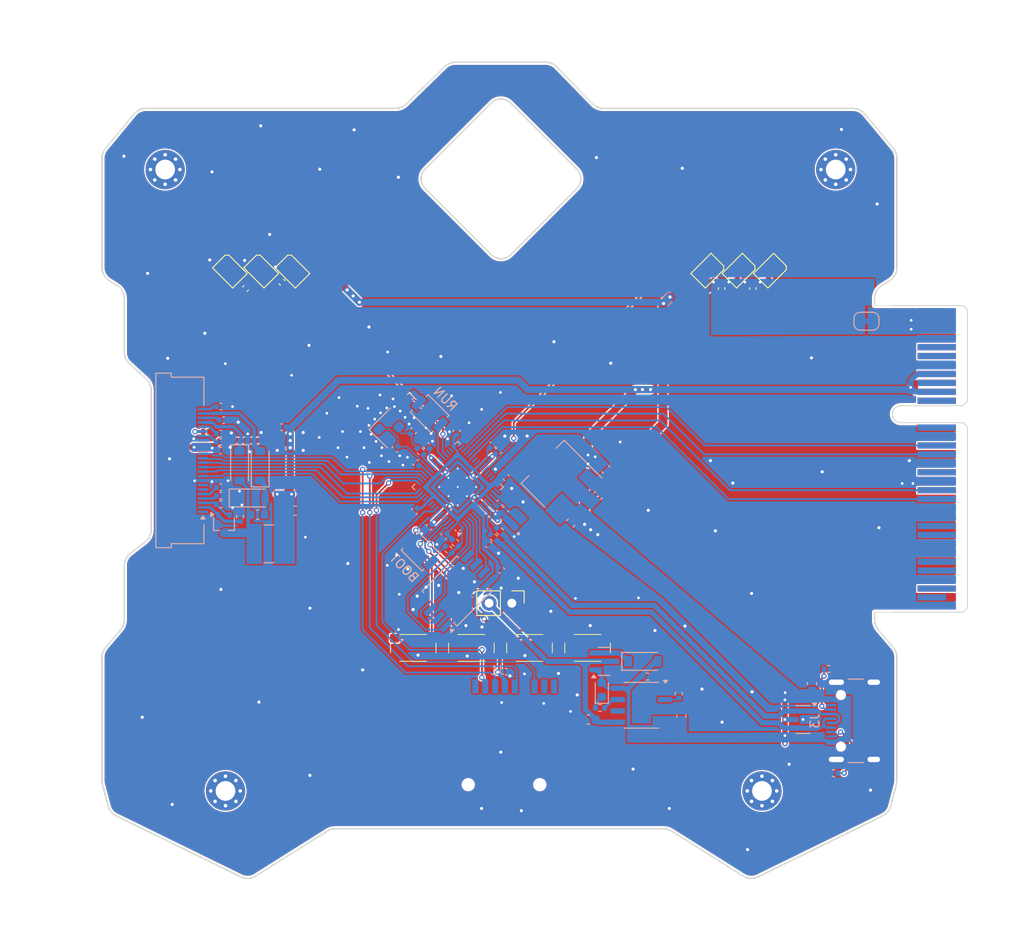
<source format=kicad_pcb>
(kicad_pcb (version 20241229) (generator "pcbnew") (generator_version "9.0")
  (title_block (title "RP2350A QFN-60 Minimal Design Example") (date "2024-07-04") (rev "REV3") (company "Raspberry Pi Ltd"))
  (layers (0 "F.Cu" signal) (2 "B.Cu" signal) (13 "F.Paste" user) (15 "B.Paste" user) (5 "F.SilkS" user "F.Silkscreen") (7 "B.SilkS" user "B.Silkscreen") (1 "F.Mask" user) (3 "B.Mask" user) (25 "Edge.Cuts" user))
  (net 0 "")
  (net 1 "GND")
  (net 2 "/XIN")
  (net 3 "/XOUT")
  (net 4 "+3V3")
  (net 5 "+1V1")
  (net 6 "/~{USB_BOOT}")
  (net 7 "Net-(U4-VDD)")
  (net 8 "Net-(U4-VSH1)")
  (net 9 "Net-(U4-VSL)")
  (net 10 "Net-(U4-VCOM)")
  (net 11 "/VGL")
  (net 12 "Net-(D3-A)")
  (net 13 "Net-(D1-K)")
  (net 14 "/VGH")
  (net 15 "/RESE")
  (net 16 "/GDR")
  (net 17 "/~{RES}")
  (net 19 "/RUN")
  (net 20 "/QSPI_SS")
  (net 21 "/QSPI_SD3")
  (net 22 "/QSPI_SCLK")
  (net 23 "/QSPI_SD0")
  (net 24 "/QSPI_SD2")
  (net 25 "/QSPI_SD1")
  (net 26 "Net-(C4-Pad1)")
  (net 27 "/VREG_LX")
  (net 28 "Net-(R4-Pad1)")
  (net 30 "Net-(U1-USB_DP)")
  (net 31 "Net-(U1-USB_DM)")
  (net 33 "Net-(U4-VGL{slash}NC)")
  (net 34 "Net-(U4-VSH2)")
  (net 36 "/MOSI")
  (net 37 "/MISO")
  (net 39 "/DET")
  (net 40 "/SDCS")
  (net 42 "/~{D{slash}C}")
  (net 44 "/~{DISCS}")
  (net 45 "/BUSY")
  (net 59 "/D-")
  (net 70 "Net-(J3-CC1)")
  (net 75 "/D+")
  (net 76 "Net-(J3-CC2)")
  (net 81 "+5V")
  (net 82 "/NEOPIXEL_IN")
  (net 83 "/SW1")
  (net 84 "/SW2")
  (net 85 "/SW3")
  (net 86 "/SW4")
  (net 87 "/CS1")
  (net 88 "/CLK1")
  (net 89 "/MOSI1")
  (net 90 "/MISO1")
  (net 91 "+BATT")
  (net 92 "Net-(U6-PROG)")
  (net 93 "Net-(D4-K)")
  (net 94 "Net-(U6-~{CHRG})")
  (net 98 "Net-(D5-DOUT)")
  (net 99 "Net-(D5-DIN)")
  (net 101 "/NEOPIXEL_IN2")
  (net 102 "Net-(D7-DOUT)")
  (net 103 "Net-(D10-DIN)")
  (net 105 "Net-(D11-K)")
  (net 106 "/CLK")
  (net 117 "Net-(U4-VPP)")
  (net 118 "Net-(JP1-B)")
  (footprint "LED_SMD:LED_WS2812B-2020_PLCC4_2.0x2.0mm" (layer "F.Cu") (at 135 82 -135)
    (property "Reference" "D6" (hide yes))
    (property "Value" "WS2812B-2020")
  )
  (footprint "Capacitor_SMD:C_0402_1005Metric" (layer "F.Cu") (at 129.5 84 -90)
    (property "Reference" "C33" (hide yes))
    (property "Value" "100nF")
  )
  (footprint "MountingHole:MountingHole_2.2mm_M2_Pad_Via" (layer "F.Cu") (at 134.012473 140.189659)
    (property "Reference" "H4" (hide yes))
    (property "Value" "MountingHole")
  )
  (footprint "LED_SMD:LED_WS2812B-2020_PLCC4_2.0x2.0mm" (layer "F.Cu") (at 74.5 82 -45)
    (property "Reference" "D10" (hide yes))
    (property "Value" "WS2812B-2020")
  )
  (footprint "MountingHole:MountingHole_2.2mm_M2_Pad_Via" (layer "F.Cu") (at 142.262473 70.689659)
    (property "Reference" "H2" (hide yes))
    (property "Value" "MountingHole")
  )
  (footprint "inkbadge:SW_Push_SPST_TSA016" (layer "F.Cu") (at 95.012473 124.189659)
    (property "Reference" "SW3" (hide yes))
    (property "Value" "SW_Push")
  )
  (footprint "inkbadge:SW_Push_SPST_TSA016" (layer "F.Cu") (at 101.512473 124.189659)
    (property "Reference" "SW4" (hide yes))
    (property "Value" "SW_Push")
  )
  (footprint "Capacitor_SMD:C_0402_1005Metric" (layer "F.Cu") (at 133 84 -90)
    (property "Reference" "C32" (hide yes))
    (property "Value" "100nF")
  )
  (footprint "LED_SMD:LED_WS2812B-2020_PLCC4_2.0x2.0mm" (layer "F.Cu") (at 78 82 -45)
    (property "Reference" "D9" (hide yes))
    (property "Value" "WS2812B-2020")
  )
  (footprint "LED_SMD:LED_WS2812B-2020_PLCC4_2.0x2.0mm" (layer "F.Cu") (at 81.5 82 -45)
    (property "Reference" "D7" (hide yes))
    (property "Value" "WS2812B-2020")
  )
  (footprint "inkbadge:SW_Push_SPST_TSA016" (layer "F.Cu") (at 114.512473 124.189659)
    (property "Reference" "SW6" (hide yes))
    (property "Value" "SW_Push")
  )
  (footprint "MountingHole:MountingHole_2.2mm_M2_Pad_Via" (layer "F.Cu") (at 74.012473 140.189659)
    (property "Reference" "H3" (hide yes))
    (property "Value" "MountingHole")
  )
  (footprint "inkbadge:SW_Push_SPST_TSA016" (layer "F.Cu") (at 108.012473 124.189659)
    (property "Reference" "SW5" (hide yes))
    (property "Value" "SW_Push")
  )
  (footprint "Connector_PinHeader_2.54mm:PinHeader_1x02_P2.54mm_Vertical" (layer "F.Cu") (at 106.032473 119.189659 -90)
    (property "Reference" "J5" (hide yes))
    (property "Value" "Conn_01x02")
  )
  (footprint "MountingHole:MountingHole_2.2mm_M2_Pad_Via" (layer "F.Cu") (at 67.262473 70.689659)
    (property "Reference" "H1" (hide yes))
    (property "Value" "MountingHole")
  )
  (footprint "LED_SMD:LED_WS2812B-2020_PLCC4_2.0x2.0mm" (layer "F.Cu") (at 128 82 -135)
    (property "Reference" "D8" (hide yes))
    (property "Value" "WS2812B-2020")
  )
  (footprint "Capacitor_SMD:C_0402_1005Metric" (layer "F.Cu") (at 80.34 83.29 -45)
    (property "Reference" "C35" (hide yes))
    (property "Value" "100nF")
  )
  (footprint "LED_SMD:LED_WS2812B-2020_PLCC4_2.0x2.0mm" (layer "F.Cu") (at 131.5 82 -135)
    (property "Reference" "D5" (hide yes))
    (property "Value" "WS2812B-2020")
  )
  (footprint "Capacitor_SMD:C_0402_1005Metric" (layer "F.Cu") (at 72 100)
    (property "Reference" "C37" (hide yes))
    (property "Value" "1uF")
  )
  (footprint "Capacitor_SMD:C_0402_1005Metric" (layer "F.Cu") (at 76.25 84 -135)
    (property "Reference" "C34" (hide yes))
    (property "Value" "100nF")
  )
  (footprint "Capacitor_SMD:C_0603_1608Metric" (layer "B.Cu") (at 116.557612 104.217766 -45)
    (property "Reference" "C5" (hide yes))
    (property "Value" "10uF")
  )
  (footprint "Capacitor_SMD:C_0402_1005Metric" (layer "B.Cu") (at 95.13186 108.93634 -135)
    (property "Reference" "C15" (hide yes))
    (property "Value" "100nF")
  )
  (footprint "Capacitor_SMD:C_0402_1005Metric" (layer "B.Cu") (at 104.9 115.55 -45)
    (property "Reference" "C2" (hide yes))
    (property "Value" "100nF")
  )
  (footprint "Resistor_SMD:R_0402_1005Metric" (layer "B.Cu") (at 99.717447 112.432983 -45)
    (property "Reference" "R1" (hide yes))
    (property "Value" "10k")
  )
  (footprint "Package_TO_SOT_SMD:SOT-223-3_TabPin2" (layer "B.Cu") (at 110.82963 104.729055 135)
    (property "Reference" "U2" (hide yes))
    (property "Value" "NCP1117-3.3_SOT223")
  )
  (footprint "Capacitor_SMD:C_0402_1005Metric" (layer "B.Cu") (at 103.45 112.65 -45)
    (property "Reference" "C12" (hide yes))
    (property "Value" "100nF")
  )
  (footprint "Capacitor_SMD:C_0402_1005Metric" (layer "B.Cu") (at 103.907055 101.483435 45)
    (property "Reference" "C14" (hide yes))
    (property "Value" "100nF")
  )
  (footprint "Capacitor_SMD:C_0402_1005Metric" (layer "B.Cu") (at 99.857612 99.917766 90)
    (property "Reference" "C16" (hide yes))
    (property "Value" "100nF")
  )
  (footprint "Resistor_SMD:R_0402_1005Metric" (layer "B.Cu") (at 104.013121 111.84962 135)
    (property "Reference" "R7" (hide yes))
    (property "Value" "27")
  )
  (footprint "Capacitor_SMD:C_0603_1608Metric" (layer "B.Cu") (at 112.615075 110.22681 -135)
    (property "Reference" "C1" (hide yes))
    (property "Value" "10uF")
  )
  (footprint "Capacitor_SMD:C_0402_1005Metric" (layer "B.Cu") (at 98.4093 111.725877 -135)
    (property "Reference" "C13" (hide yes))
    (property "Value" "100nF")
  )
  (footprint "Resistor_SMD:R_0402_1005Metric" (layer "B.Cu") (at 104.711389 111.151352 135)
    (property "Reference" "R8" (hide yes))
    (property "Value" "27")
  )
  (footprint "Capacitor_SMD:C_0402_1005Metric" (layer "B.Cu") (at 105.420264 105.153319 -45)
    (property "Reference" "C17" (hide yes))
    (property "Value" "100nF")
  )
  (footprint "Capacitor_SMD:C_0603_1608Metric" (layer "B.Cu") (at 115.683919 107.136754 45)
    (property "Reference" "C19" (hide yes))
    (property "Value" "10uF")
  )
  (footprint "Capacitor_SMD:C_0402_1005Metric" (layer "B.Cu") (at 105.36016 108.664104 45)
    (property "Reference" "C7" (hide yes))
    (property "Value" "4.7uF")
  )
  (footprint "RP2350_60QFN_minimal:L_pol_2016" (layer "B.Cu") (at 106.487995 109.869721 45)
    (property "Reference" "L1" (hide yes))
    (property "Value" "3.3u")
  )
  (footprint "Capacitor_SMD:C_0402_1005Metric" (layer "B.Cu") (at 73.7875 98.725)
    (property "Reference" "C24" (hide yes))
    (property "Value" "1uF")
  )
  (footprint "Capacitor_SMD:C_0402_1005Metric" (layer "B.Cu") (at 73.4575 102.125)
    (property "Reference" "C22" (hide yes))
    (property "Value" "100nF")
  )
  (footprint "Resistor_SMD:R_0402_1005Metric" (layer "B.Cu") (at 121.2 127.4)
    (property "Reference" "R14" (hide yes))
    (property "Value" "1.5k")
  )
  (footprint "Resistor_SMD:R_0402_1005Metric" (layer "B.Cu") (at 75.6375 109.525 -90)
    (property "Reference" "R13" (hide yes))
    (property "Value" "10k")
  )
  (footprint "Resistor_SMD:R_0402_1005Metric" (layer "B.Cu") (at 94.718202 96.035177 -135)
    (property "Reference" "R4" (hide yes))
    (property "Value" "1k")
  )
  (footprint "Package_DFN_QFN:QFN-60-1EP_7x7mm_P0.4mm_EP3.4x3.4mm_ThermalVias" (layer "B.Cu") (at 99.982612 106.192766 45)
    (property "Reference" "U1" (hide yes))
    (property "Value" "RP2350A")
  )
  (footprint "LED_SMD:LED_0603_1608Metric" (layer "B.Cu") (at 116.1 128.9 90)
    (property "Reference" "D4" (hide yes))
    (property "Value" "LED")
  )
  (footprint "Resistor_SMD:R_0402_1005Metric" (layer "B.Cu") (at 115.9 130.9)
    (property "Reference" "R10" (hide yes))
    (property "Value" "1.5k")
  )
  (footprint "Capacitor_SMD:C_0603_1608Metric" (layer "B.Cu") (at 139.6 128.175 90)
    (property "Reference" "C39" (hide yes))
    (property "Value" "4.7uF")
  )
  (footprint "inkbadge:SDCardlcsc" (layer "B.Cu") (at 104.412473 135.689659 180)
    (property "Reference" "J1")
    (property "Value" "Micro_SD_Card")
  )
  (footprint "Capacitor_SMD:C_0402_1005Metric" (layer "B.Cu") (at 73.4625 101.175)
    (property "Reference" "C21" (hide yes))
    (property "Value" "1uF")
  )
  (footprint "Package_SO:SOIC-8_5.3x5.3mm_P1.27mm" (layer "B.Cu") (at 99.910293 117.833784 45)
    (property "Reference" "U5" (hide yes))
    (property "Value" "W25Q128JVS")
  )
  (footprint "Capacitor_SMD:C_0402_1005Metric" (layer "B.Cu") (at 80.3 99.5 180)
    (property "Reference" "C38" (hide yes))
    (property "Value" "1uF")
  )
  (footprint "Capacitor_SMD:C_0603_1608Metric" (layer "B.Cu") (at 77.6 109.3 180)
    (property "Reference" "C27" (hide yes))
    (property "Value" "4.7uF")
  )
  (footprint "inkbadge:SOP-8_3.9x4.9mm_P1.27mm-TP" (layer "B.Cu") (at 120.525 130.605 180)
    (property "Reference" "U6" (hide yes))
    (property "Value" "TP4056-42-ESOP8")
  )
  (footprint "Jumper:SolderJumper-2_P1.3mm_Bridged_RoundedPad1.0x1.5mm" (layer "B.Cu") (at 145.7 87.65)
    (property "Reference" "JP1" (hide yes))
    (property "Value" "Slice before pluggin into PCIEx4")
  )
  (footprint "Crystal:Crystal_SMD_2520-4Pin_2.5x2.0mm" (layer "B.Cu") (at 92.3 99.6 45)
    (property "Reference" "Y1" (hide yes))
    (property "Value" "12MHz 10pf")
  )
  (footprint "Capacitor_SMD:C_0603_1608Metric" (layer "B.Cu") (at 125 131.8 90)
    (property "Reference" "C9" (hide yes))
    (property "Value" "10uF")
  )
  (footprint "Diode_SMD:D_SOD-123" (layer "B.Cu") (at 76.7875 107.425)
    (property "Reference" "D2" (hide yes))
    (property "Value" "MBR0530")
  )
  (footprint "Capacitor_SMD:C_0402_1005Metric" (layer "B.Cu") (at 77.6875 100.975)
    (property "Reference" "C26" (hide yes))
    (property "Value" "1uF")
  )
  (footprint "Resistor_SMD:R_0402_1005Metric" (layer "B.Cu") (at 95.82836 102.21529 135)
    (property "Reference" "R2" (hide yes))
    (property "Value" "1k")
  )
  (footprint "Diode_SMD:D_SOD-123" (layer "B.Cu") (at 77.8875 103.825 90)
    (property "Reference" "D1" (hide yes))
    (property "Value" "MBR0530")
  )
  (footprint "Resistor_SMD:R_0402_1005Metric" (layer "B.Cu") (at 73.4875 108.125)
    (property "Reference" "R12" (hide yes))
    (property "Value" "3")
  )
  (footprint "Diode_SMD:D_SOD-123" (layer "B.Cu") (at 75.5875 103.825 -90)
    (property "Reference" "D3" (hide yes))
    (property "Value" "MBR0530")
  )
  (footprint "Capacitor_SMD:C_0603_1608Metric" (layer "B.Cu") (at 81.8 108.85)
    (property "Reference" "C29" (hide yes))
    (property "Value" "4.7uF")
  )
  (footprint "Capacitor_SMD:C_0402_1005Metric" (layer "B.Cu") (at 96.482434 101.561217 135)
    (property "Reference" "C10" (hide yes))
    (property "Value" "4.7uF")
  )
  (footprint "Button_Switch_SMD:SW_SPST_B3U-1000P" (layer "B.Cu") (at 95.814218 113.437075 -45)
    (property "Reference" "SW1" (hide yes))
    (property "Value" "SW_Push")
  )
  (footprint "Package_TO_SOT_SMD:SOT-23" (layer "B.Cu") (at 116.3625 125.7)
    (property "Reference" "Q2" (hide yes))
    (property "Value" "AO3401A")
  )
  (footprint "inkbadge:LCSC_1x24-1MP_P0.5mm_Horizontal" (layer "B.Cu") (at 68.5875 103.225 90)
    (property "Reference" "U4" (hide yes))
    (property "Value" "Conn")
  )
  (footprint "Capacitor_SMD:C_0402_1005Metric" (layer "B.Cu") (at 73.4875 97.2)
    (property "Reference" "C25" (hide yes))
    (property "Value" "1uF")
  )
  (footprint "Capacitor_SMD:C_0402_1005Metric" (layer "B.Cu") (at 105.4 126.85)
    (property "Reference" "C36" (hide yes))
    (property "Value" "100nF")
  )
  (footprint "Capacitor_SMD:C_0402_1005Metric" (layer "B.Cu") (at 92.95 102 -135)
    (property "Reference" "C3" (hide yes))
    (property "Value" "15pF")
  )
  (footprint "Connector_PCBEdge:BUS_PCIexpress_x4" (layer "B.Cu") (at 153.55 86.55 -90)
    (property "Reference" "J2" (hide yes))
    (property "Value" "Bus_PCI_Express_x4")
    (fp_line (start -0.65 4.95) (end -0.65 -2.95) (stroke (width 0.1)) (layer "Edge.Cuts"))
    (fp_line (start 33.65 4.95) (end 33.65 -2.95) (stroke (width 0.1)) (layer "Edge.Cuts"))
    (fp_line (start 10.55 4) (end 10.55 -2.95) (stroke (width 0.1)) (layer "Edge.Cuts"))
    (fp_line (start 12.45 4) (end 12.45 -2.95) (stroke (width 0.1)) (layer "Edge.Cuts"))
    (fp_line (start -0.65 -2.95) (end -0.15 -3.45) (stroke (width 0.1)) (layer "Edge.Cuts"))
    (fp_line (start 10.55 -2.95) (end 10.05 -3.45) (stroke (width 0.1)) (layer "Edge.Cuts"))
    (fp_line (start 12.45 -2.95) (end 12.95 -3.45) (stroke (width 0.1)) (layer "Edge.Cuts"))
    (fp_line (start 33.65 -2.95) (end 33.15 -3.45) (stroke (width 0.1)) (layer "Edge.Cuts"))
    (fp_line (start -0.15 -3.45) (end 10.05 -3.45) (stroke (width 0.1)) (layer "Edge.Cuts"))
    (fp_line (start 12.95 -3.45) (end 33.15 -3.45) (stroke (width 0.1)) (layer "Edge.Cuts"))
    (fp_arc (start 12.45 4) (mid 11.5 4.95) (end 10.55 4) (stroke (width 0.1)) (layer "Edge.Cuts"))
  )
  (footprint "Capacitor_SMD:C_0402_1005Metric" (layer "B.Cu") (at 73.4875 107.175)
    (property "Reference" "C20" (hide yes))
    (property "Value" "1uF")
  )
  (footprint "Capacitor_SMD:C_0402_1005Metric" (layer "B.Cu") (at 73.4625 100.225)
    (property "Reference" "C23" (hide yes))
    (property "Value" "1uF")
  )
  (footprint "Diode_SMD:D_SOD-123" (layer "B.Cu") (at 120.7 125.7)
    (property "Reference" "D11" (hide yes))
    (property "Value" "MBR0530")
  )
  (footprint "Capacitor_SMD:C_0402_1005Metric" (layer "B.Cu") (at 96.758206 110.704107 -135)
    (property "Reference" "C8" (hide yes))
    (property "Value" "100nF")
  )
  (footprint "Connector_USB:USB_C_Receptacle_GCT_USB4105-xx-A_16P_TopMnt_Horizontal" (layer "B.Cu") (at 145.44 132.348183 -90)
    (property "Reference" "J3")
    (property "Value" "USB_C_Receptacle_USB2.0_14P")
  )
  (footprint "Resistor_SMD:R_0402_1005Metric" (layer "B.Cu") (at 98.953772 113.196659 135)
    (property "Reference" "R6" (hide yes))
    (property "Value" "1k")
  )
  (footprint "Package_TO_SOT_SMD:SOT-23-6" (layer "B.Cu") (at 138.6 132.2 180)
    (property "Reference" "U3" (hide yes))
    (property "Value" "SRV05-4")
  )
  (footprint "Capacitor_SMD:C_0402_1005Metric" (layer "B.Cu") (at 73.4875 106.225)
    (property "Reference" "C30" (hide yes))
    (property "Value" "1uF")
  )
  (footprint "Capacitor_SMD:C_0402_1005Metric" (layer "B.Cu") (at 95.273281 103.456263 135)
    (property "Reference" "C18" (hide yes))
    (property "Value" "100nF")
  )
  (footprint "Resistor_SMD:R_0402_1005Metric" (layer "B.Cu") (at 141.45 126.55)
    (property "Reference" "R3" (hide yes))
    (property "Value" "5.1k")
  )
  (footprint "Capacitor_SMD:C_0603_1608Metric" (layer "B.Cu") (at 114.6 132.2 180)
    (property "Reference" "C28" (hide yes))
    (property "Value" "10uF")
  )
  (footprint "Resistor_SMD:R_0402_1005Metric" (layer "B.Cu") (at 142 138.2 180)
    (property "Reference" "R5" (hide yes))
    (property "Value" "5.1k")
  )
  (footprint "Capacitor_SMD:C_0402_1005Metric" (layer "B.Cu") (at 104.688408 107.992353 45)
    (property "Reference" "C6" (hide yes))
    (property "Value" "4.7uF")
  )
  (footprint "Button_Switch_SMD:SW_SPST_B3U-1000P" (layer "B.Cu") (at 96.85553 98.015684 -45)
    (property "Reference" "SW2" (hide yes))
    (property "Value" "SW_Push")
  )
  (footprint "Capacitor_SMD:C_0402_1005Metric" (layer "B.Cu") (at 104.554058 102.130438 45)
    (property "Reference" "C11" (hide yes))
    (property "Value" "100nF")
  )
  (footprint "Capacitor_SMD:C_0402_1005Metric" (layer "B.Cu") (at 75.2875 100.975 180)
    (property "Reference" "C31" (hide yes))
    (property "Value" "1uF")
  )
  (footprint "Package_TO_SOT_SMD:SOT-323_SC-70" (layer "B.Cu") (at 73.8375 110.325 -90)
    (property "Reference" "Q1" (hide yes))
    (property "Value" "Si1308EDL")
  )
  (footprint "Inductor_SMD:L_Ferrocore_DLG-0403" (layer "B.Cu") (at 78.85 112.55 180)
    (property "Reference" "L2" (hide yes))
    (property "Value" "10uH 1A")
  )
  (footprint "Capacitor_SMD:C_0402_1005Metric" (layer "B.Cu") (at 95.05 99.9 45)
    (property "Reference" "C4" (hide yes))
    (property "Value" "15pF")
  )
  (footprint "Resistor_SMD:R_0402_1005Metric" (layer "B.Cu") (at 124.7 129.3 90)
    (property "Reference" "R9" (hide yes))
    (property "Value" "5k")
  )
  (gr_line (start 146.59999 85.571323) (end 146.59999 85.111162) (stroke (width 0.169333)) (layer "Edge.Cuts"))
  (gr_curve (pts (xy 60.197668 81.671155) (xy 60.197668 82.254087) (xy 60.497498 82.796037) (xy 60.99135 83.105747)) (stroke (width 0.169333)) (layer "Edge.Cuts"))
  (gr_line (start 146.6 121.056396) (end 146.6 120.2) (stroke (width 0.169333)) (layer "Edge.Cuts"))
  (gr_curve (pts (xy 149.097676 125.22792) (xy 149.097676 124.824399) (xy 148.95374 124.43417) (xy 148.69127 124.127427)) (stroke (width 0.169333)) (layer "Edge.Cuts"))
  (gr_curve (pts (xy 145.499316 64.46689) (xy 145.177588 64.078862) (xy 144.699238 63.854326) (xy 144.195459 63.854326)) (stroke (width 0.169333)) (layer "Edge.Cuts"))
  (gr_line (start 60.197668 125.22792) (end 60.197668 139.031553) (stroke (width 0.169333)) (layer "Edge.Cuts"))
  (gr_curve (pts (xy 94.219021 63.372826) (xy 93.902708 63.681521) (xy 93.478272 63.854325) (xy 93.036314 63.854325)) (stroke (width 0.169333)) (layer "Edge.Cuts"))
  (gr_curve (pts (xy 60.99135 83.105747) (xy 61.294789 83.296023) (xy 61.598229 83.486294) (xy 61.901669 83.67657)) (stroke (width 0.169333)) (layer "Edge.Cuts"))
  (gr_curve (pts (xy 122.998062 144.414658) (xy 123.316919 144.414658) (xy 123.629165 144.504404) (xy 123.899087 144.67458)) (stroke (width 0.169333)) (layer "Edge.Cuts"))
  (gr_curve (pts (xy 111.03043 59.200624) (xy 110.711743 58.873894) (xy 110.274614 58.689659) (xy 109.818257 58.689659)) (stroke (width 0.169333)) (layer "Edge.Cuts"))
  (gr_line (start 63.245244 92.382417) (end 65.151091 94.127226) (stroke (width 0.169333)) (layer "Edge.Cuts"))
  (gr_line (start 86.297268 144.414658) (end 122.998062 144.414658) (stroke (width 0.169333)) (layer "Edge.Cuts"))
  (gr_curve (pts (xy 62.289019 122.156894) (xy 61.727349 122.813735) (xy 61.165679 123.470581) (xy 60.604008 124.127427)) (stroke (width 0.169333)) (layer "Edge.Cuts"))
  (gr_line (start 62.695334 114.97166) (end 62.695334 121.056396) (stroke (width 0.169333)) (layer "Edge.Cuts"))
  (gr_line (start 65.701001 95.37623) (end 65.701001 110.986391) (stroke (width 0.169333)) (layer "Edge.Cuts"))
  (gr_curve (pts (xy 60.604008 124.127427) (xy 60.341771 124.43417) (xy 60.197668 124.824399) (xy 60.197668 125.22792)) (stroke (width 0.169333)) (layer "Edge.Cuts"))
  (gr_curve (pts (xy 149.041787 139.46166) (xy 149.079043 139.321103) (xy 149.097676 139.176328) (xy 149.097676 139.031553)) (stroke (width 0.169333)) (layer "Edge.Cuts"))
  (gr_curve (pts (xy 148.69127 124.127427) (xy 148.129648 123.470581) (xy 147.568018 122.813735) (xy 147.006397 122.156894)) (stroke (width 0.169333)) (layer "Edge.Cuts"))
  (gr_line (start 148.405947 141.886514) (end 149.041787 139.46166) (stroke (width 0.169333)) (layer "Edge.Cuts"))
  (gr_curve (pts (xy 146.59999 85.111162) (xy 146.59999 84.528232) (xy 146.899707 83.986279) (xy 147.393311 83.67657)) (stroke (width 0.169333)) (layer "Edge.Cuts"))
  (gr_line (start 109.818257 58.689659) (end 99.706689 58.689659) (stroke (width 0.169333)) (layer "Edge.Cuts"))
  (gr_curve (pts (xy 77.378818 149.713096) (xy 80.051294 148.033584) (xy 82.72377 146.354082) (xy 85.396245 144.67458)) (stroke (width 0.169333)) (layer "Edge.Cuts"))
  (gr_line (start 123.899087 144.67458) (end 131.916509 149.713096) (stroke (width 0.169333)) (layer "Edge.Cuts"))
  (gr_curve (pts (xy 62.695334 91.133413) (xy 62.695334 91.608481) (xy 62.894894 92.061699) (xy 63.245244 92.382417)) (stroke (width 0.169333)) (layer "Edge.Cuts"))
  (gr_curve (pts (xy 65.701001 110.986391) (xy 65.701001 111.510903) (xy 65.457922 112.005776) (xy 65.042887 112.326416)) (stroke (width 0.169333)) (layer "Edge.Cuts"))
  (gr_curve (pts (xy 131.916509 149.713096) (xy 132.412744 150.024668) (xy 133.034961 150.057676) (xy 133.561499 149.800303)) (stroke (width 0.169333)) (layer "Edge.Cuts"))
  (gr_curve (pts (xy 65.151091 94.127226) (xy 65.501442 94.447944) (xy 65.701001 94.901162) (xy 65.701001 95.37623)) (stroke (width 0.169333)) (layer "Edge.Cuts"))
  (gr_curve (pts (xy 61.901669 83.67657) (xy 62.395529 83.986279) (xy 62.695334 84.528232) (xy 62.695334 85.111162)) (stroke (width 0.169333)) (layer "Edge.Cuts"))
  (gr_poly (pts (xy 104.890105 62.793969) (xy 104.963075 62.799201) (xy 105.035775 62.807919) (xy 105.108068 62.820126) (xy 105.17982 62.83582) (xy 105.250895 62.855001) (xy 105.321158 62.87767) (xy 105.390474 62.903827) (xy 105.458706 62.933471) (xy 105.52572 62.966602) (xy 105.59138 63.003221) (xy 105.655552 63.043328) (xy 105.718098 63.086922) (xy 105.778886 63.134004) (xy 105.837777 63.184573) (xy 105.894639 63.23863) (xy 113.306689 70.650688) (xy 113.360747 70.707549) (xy 113.411316 70.766441) (xy 113.458398 70.827228) (xy 113.501993 70.889775) (xy 113.5421 70.953946) (xy 113.578719 71.019606) (xy 113.611851 71.08662) (xy 113.641495 71.154852) (xy 113.667652 71.224167) (xy 113.690321 71.29443) (xy 113.709502 71.365505) (xy 113.725196 71.437257) (xy 113.737403 71.509551) (xy 113.746122 71.58225) (xy 113.751353 71.65522) (xy 113.753097 71.728326) (xy 113.751353 71.801432) (xy 113.746122 71.874402) (xy 113.737403 71.947101) (xy 113.725196 72.019395) (xy 113.709502 72.091146) (xy 113.690321 72.162221) (xy 113.667652 72.232484) (xy 113.641495 72.301799) (xy 113.611851 72.370031) (xy 113.578719 72.437045) (xy 113.5421 72.502705) (xy 113.501993 72.566876) (xy 113.458398 72.629423) (xy 113.411316 72.690209) (xy 113.360747 72.749101) (xy 113.306689 72.805962) (xy 105.894639 80.218022) (xy 105.837777 80.272079) (xy 105.778886 80.322648) (xy 105.718098 80.36973) (xy 105.655552 80.413324) (xy 105.59138 80.453431) (xy 105.52572 80.49005) (xy 105.458706 80.523181) (xy 105.390474 80.552825) (xy 105.321158 80.578982) (xy 105.250895 80.601651) (xy 105.17982 80.620832) (xy 105.108068 80.636526) (xy 105.035775 80.648732) (xy 104.963075 80.657451) (xy 104.890105 80.662682) (xy 104.817 80.664426) (xy 104.743894 80.662682) (xy 104.670924 80.657451) (xy 104.598224 80.648732) (xy 104.525931 80.636526) (xy 104.454179 80.620832) (xy 104.383104 80.601651) (xy 104.312841 80.578982) (xy 104.243525 80.552825) (xy 104.175293 80.523181) (xy 104.108279 80.49005) (xy 104.042619 80.453431) (xy 103.978447 80.413324) (xy 103.915901 80.36973) (xy 103.855114 80.322648) (xy 103.796222 80.272079) (xy 103.73936 80.218022) (xy 96.327305 72.805962) (xy 96.273248 72.749101) (xy 96.222678 72.690209) (xy 96.175596 72.629423) (xy 96.132001 72.566876) (xy 96.091895 72.502705) (xy 96.055275 72.437045) (xy 96.022143 72.370031) (xy 95.992499 72.301799) (xy 95.966342 72.232484) (xy 95.943673 72.162221) (xy 95.924492 72.091146) (xy 95.908798 72.019395) (xy 95.896591 71.947101) (xy 95.887872 71.874402) (xy 95.882641 71.801432) (xy 95.880897 71.728326) (xy 95.882641 71.65522) (xy 95.887872 71.58225) (xy 95.896591 71.509551) (xy 95.908798 71.437257) (xy 95.924492 71.365505) (xy 95.943673 71.29443) (xy 95.966342 71.224167) (xy 95.992499 71.154852) (xy 96.022143 71.08662) (xy 96.055275 71.019606) (xy 96.091895 70.953946) (xy 96.132001 70.889775) (xy 96.175596 70.827228) (xy 96.222678 70.766441) (xy 96.273248 70.707549) (xy 96.327305 70.650688) (xy 103.73936 63.23863) (xy 103.796222 63.184573) (xy 103.855114 63.134004) (xy 103.915901 63.086922) (xy 103.978447 63.043328) (xy 104.042619 63.003221) (xy 104.108279 62.966602) (xy 104.175293 62.933471) (xy 104.243525 62.903827) (xy 104.312841 62.87767) (xy 104.383104 62.855001) (xy 104.454179 62.83582) (xy 104.525931 62.820126) (xy 104.598224 62.807919) (xy 104.670924 62.799201) (xy 104.743894 62.793969) (xy 104.817 62.792226)) (stroke (width 0.169333)) (fill no) (layer "Edge.Cuts"))
  (gr_line (start 144.195459 63.854326) (end 116.283403 63.854326) (stroke (width 0.169333)) (layer "Edge.Cuts"))
  (gr_line (start 146.6 120.2) (end 148.6 120.2) (stroke (width 0.05)) (layer "Edge.Cuts"))
  (gr_curve (pts (xy 65.099701 63.854325) (xy 64.595681 63.854325) (xy 64.117822 64.078861) (xy 63.796174 64.46689)) (stroke (width 0.169333)) (layer "Edge.Cuts"))
  (gr_curve (pts (xy 116.283403 63.854326) (xy 115.827051 63.854326) (xy 115.389917 63.670093) (xy 115.071231 63.343363)) (stroke (width 0.169333)) (layer "Edge.Cuts"))
  (gr_line (start 146.6 85.9) (end 146.59999 85.571323) (stroke (width 0.1)) (layer "Edge.Cuts"))
  (gr_curve (pts (xy 60.197668 139.031553) (xy 60.197668 139.176328) (xy 60.21632 139.321113) (xy 60.253159 139.46166)) (stroke (width 0.169333)) (layer "Edge.Cuts"))
  (gr_curve (pts (xy 148.304326 83.105747) (xy 148.79793 82.796037) (xy 149.097656 82.254087) (xy 149.097656 81.671155)) (stroke (width 0.169333)) (layer "Edge.Cuts"))
  (gr_line (start 65.042887 112.326416) (end 63.353449 113.631636) (stroke (width 0.169333)) (layer "Edge.Cuts"))
  (gr_curve (pts (xy 60.889691 141.886514) (xy 61.014761 142.362334) (xy 61.341091 142.761113) (xy 61.783584 142.977861)) (stroke (width 0.169333)) (layer "Edge.Cuts"))
  (gr_curve (pts (xy 60.253159 139.46166) (xy 60.465336 140.269941) (xy 60.677513 141.078232) (xy 60.889691 141.886514)) (stroke (width 0.169333)) (layer "Edge.Cuts"))
  (gr_line (start 62.695334 85.111162) (end 62.695334 91.133413) (stroke (width 0.169333)) (layer "Edge.Cuts"))
  (gr_curve (pts (xy 63.353449 113.631636) (xy 62.938413 113.95227) (xy 62.695334 114.447148) (xy 62.695334 114.97166)) (stroke (width 0.169333)) (layer "Edge.Cuts"))
  (gr_curve (pts (xy 99.706689 58.689659) (xy 99.264731 58.689659) (xy 98.840298 58.862464) (xy 98.523984 59.171158)) (stroke (width 0.169333)) (layer "Edge.Cuts"))
  (gr_curve (pts (xy 149.097656 69.417942) (xy 149.097656 69.02331) (xy 148.959648 68.641042) (xy 148.708184 68.337256)) (stroke (width 0.169333)) (layer "Edge.Cuts"))
  (gr_line (start 60.197668 69.417942) (end 60.197668 81.671155) (stroke (width 0.169333)) (layer "Edge.Cuts"))
  (gr_line (start 61.783584 142.977861) (end 75.733831 149.800303) (stroke (width 0.169333)) (layer "Edge.Cuts"))
  (gr_line (start 93.036314 63.854325) (end 65.099701 63.854325) (stroke (width 0.169333)) (layer "Edge.Cuts"))
  (gr_curve (pts (xy 75.733831 149.800303) (xy 76.260371 150.057695) (xy 76.882585 150.024668) (xy 77.378818 149.713096)) (stroke (width 0.169333)) (layer "Edge.Cuts"))
  (gr_curve (pts (xy 60.587414 68.337256) (xy 60.335522 68.641042) (xy 60.197668 69.02331) (xy 60.197668 69.417942)) (stroke (width 0.169333)) (layer "Edge.Cuts"))
  (gr_line (start 115.071231 63.343363) (end 111.03043 59.200624) (stroke (width 0.169333)) (layer "Edge.Cuts"))
  (gr_line (start 148.6 85.9) (end 146.6 85.9) (stroke (width 0.05)) (layer "Edge.Cuts"))
  (gr_line (start 149.097676 139.031553) (end 149.097676 125.22792) (stroke (width 0.169333)) (layer "Edge.Cuts"))
  (gr_curve (pts (xy 85.396245 144.67458) (xy 85.66616 144.504394) (xy 85.978413 144.414658) (xy 86.297268 144.414658)) (stroke (width 0.169333)) (layer "Edge.Cuts"))
  (gr_curve (pts (xy 62.695334 121.056396) (xy 62.695334 121.459917) (xy 62.551231 121.850146) (xy 62.289019 122.156894)) (stroke (width 0.169333)) (layer "Edge.Cuts"))
  (gr_curve (pts (xy 147.006397 122.156894) (xy 146.743936 121.850146) (xy 146.6 121.459917) (xy 146.6 121.056396)) (stroke (width 0.169333)) (layer "Edge.Cuts"))
  (gr_line (start 63.796174 64.46689) (end 60.587414 68.337256) (stroke (width 0.169333)) (layer "Edge.Cuts"))
  (gr_curve (pts (xy 147.511856 142.977861) (xy 147.953818 142.761113) (xy 148.280625 142.362334) (xy 148.405947 141.886514)) (stroke (width 0.169333)) (layer "Edge.Cuts"))
  (gr_line (start 149.097656 81.671155) (end 149.097656 69.417942) (stroke (width 0.169333)) (layer "Edge.Cuts"))
  (gr_curve (pts (xy 133.561499 149.800303) (xy 138.211621 147.526152) (xy 142.861748 145.252012) (xy 147.511856 142.977861)) (stroke (width 0.169333)) (layer "Edge.Cuts"))
  (gr_curve (pts (xy 147.393311 83.67657) (xy 147.696982 83.486294) (xy 148.000654 83.296023) (xy 148.304326 83.105747)) (stroke (width 0.169333)) (layer "Edge.Cuts"))
  (gr_line (start 148.708184 68.337256) (end 145.499316 64.46689) (stroke (width 0.169333)) (layer "Edge.Cuts"))
  (gr_line (start 98.523984 59.171158) (end 94.219021 63.372826) (stroke (width 0.169333)) (layer "Edge.Cuts"))
  (gr_text "BOOT" (at 94 115.25 315) (layer "B.SilkS") (effects (font (size 1 1)) (justify mirror)))
  (gr_text "RUN" (at 98.6 96.35 315) (layer "B.SilkS") (effects (font (size 1 1)) (justify mirror)))
  (via (at 92.3 103.35) (size 0.6) (drill 0.3) (layers "F.Cu" "B.Cu") (net 1))
  (via (at 127.3 128.8) (size 0.6) (drill 0.35) (layers "F.Cu" "B.Cu") (net 1))
  (via (at 64.7 131.95) (size 0.6) (drill 0.35) (layers "F.Cu" "B.Cu") (net 1))
  (via (at 78.95 77.95) (size 0.6) (drill 0.35) (layers "F.Cu" "B.Cu") (net 1))
  (via (at 112.6 131.3) (size 0.6) (drill 0.3) (layers "F.Cu" "B.Cu") (net 1))
  (via (at 95 119.9) (size 0.6) (drill 0.35) (layers "F.Cu" "B.Cu") (net 1))
  (via (at 94.55 99.15) (size 0.6) (drill 0.3) (layers "F.Cu" "B.Cu") (net 1))
  (via (at 90.1 103.45) (size 0.6) (drill 0.3) (layers "F.Cu" "B.Cu") (net 1))
  (via (at 83.45 138.45) (size 0.6) (drill 0.35) (layers "F.Cu" "B.Cu") (net 1))
  (via (at 82.95 111.8) (size 0.6) (drill 0.3) (layers "F.Cu" "B.Cu") (net 1))
  (via (at 91.5 101.8) (size 0.6) (drill 0.3) (layers "F.Cu" "B.Cu") (net 1))
  (via (at 86.6 101.8) (size 0.6) (drill 0.3) (layers "F.Cu" "B.Cu") (net 1))
  (via (at 93.157613 113.806497) (size 0.6) (drill 0.3) (layers "F.Cu" "B.Cu") (net 1))
  (via (at 139.55 91.75) (size 0.6) (drill 0.35) (layers "F.Cu" "B.Cu") (net 1))
  (via (at 107.45 127.1) (size 0.6) (drill 0.3) (layers "F.Cu" "B.Cu") (net 1))
  (via (at 102.7 121.85) (size 0.6) (drill 0.35) (layers "F.Cu" "B.Cu") (net 1))
  (via (at 99.057612 100.017766) (size 0.6) (drill 0.3) (layers "F.Cu" "B.Cu") (net 1))
  (via (at 90.05 99.3) (size 0.6) (drill 0.3) (layers "F.Cu" "B.Cu") (net 1))
  (via (at 83.35 90.35) (size 0.6) (drill 0.35) (layers "F.Cu" "B.Cu") (net 1))
  (via (at 97.85 117.2) (size 0.6) (drill 0.35) (layers "F.Cu" "B.Cu") (net 1))
  (via (at 73.5 117.65) (size 0.6) (drill 0.35) (layers "F.Cu" "B.Cu") (net 1))
  (via (at 107.1 142.4) (size 0.6) (drill 0.35) (layers "F.Cu" "B.Cu") (net 1))
  (via (at 86.7 96.2) (size 0.6) (drill 0.3) (layers "F.Cu" "B.Cu") (net 1))
  (via (at 79.8 102.1) (size 0.6) (drill 0.35) (layers "F.Cu" "B.Cu") (net 1))
  (via (at 138.6 132.2) (size 0.6) (drill 0.3) (layers "F.Cu" "B.Cu") (net 1))
  (via (at 93.363909 122.136091) (size 0.6) (drill 0.3) (layers "F.Cu" "B.Cu") (net 1))
  (via (at 89.1 100) (size 0.6) (drill 0.3) (layers "F.Cu" "B.Cu") (net 1))
  (via (at 74.3 105.5) (size 0.6) (drill 0.3) (layers "F.Cu" "B.Cu") (net 1))
  (via (at 113.15 118.65) (size 0.6) (drill 0.3) (layers "F.Cu" "B.Cu") (net 1))
  (via (at 89.35 126.65) (size 0.6) (drill 0.35) (layers "F.Cu" "B.Cu") (net 1))
  (via (at 75.575 106.675) (size 0.6) (drill 0.3) (layers "F.Cu" "B.Cu") (net 1))
  (via (at 97.157612 101.067766) (size 0.6) (drill 0.3) (layers "F.Cu" "B.Cu") (net 1))
  (via (at 95.95 111.4) (size 0.6) (drill 0.3) (layers "F.Cu" "B.Cu") (net 1))
  (via (at 90.3 100.3) (size 0.6) (drill 0.3) (layers "F.Cu" "B.Cu") (net 1))
  (via (at 90.05 88.3) (size 0.6) (drill 0.35) (layers "F.Cu" "B.Cu") (net 1))
  (via (at 118.157613 101.156497) (size 0.6) (drill 0.3) (layers "F.Cu" "B.Cu") (net 1))
  (via (at 98.857612 100.817766) (size 0.6) (drill 0.3) (layers "F.Cu" "B.Cu") (net 1))
  (via (at 91.45 102.7) (size 0.6) (drill 0.3) (layers "F.Cu" "B.Cu") (net 1))
  (via (at 98.1 91.6) (size 0.6) (drill 0.35) (layers "F.Cu" "B.Cu") (net 1))
  (via (at 74.8 108.5) (size 0.6) (drill 0.3) (layers "F.Cu" "B.Cu") (net 1))
  (via (at 101.85 116.8) (size 0.6) (drill 0.35) (layers "F.Cu" "B.Cu") (net 1))
  (via (at 74.6625 100.15) (size 0.6) (drill 0.35) (layers "F.Cu" "B.Cu") (net 1))
  (via (at 97.007612 100.217766) (size 0.6) (drill 0.3) (layers "F.Cu" "B.Cu") (net 1))
  (via (at 125.1 70.55) (size 0.6) (drill 0.35) (layers "F.Cu" "B.Cu") (net 1))
  (via (at 74 92.4) (size 0.6) (drill 0.3) (layers "F.Cu" "B.Cu") (net 1))
  (via (at 82.7 100.1) (size 0.6) (drill 0.35) (layers "F.Cu" "B.Cu") (net 1))
  (via (at 85.35 97.95) (size 0.6) (drill 0.3) (layers "F.Cu" "B.Cu") (net 1))
  (via (at 132.9 129.1) (size 0.6) (drill 0.35) (layers "F.Cu" "B.Cu") (net 1))
  (via (at 70.55 105.5) (size 0.6) (drill 0.3) (layers "F.Cu" "B.Cu") (net 1))
  (via (at 102.657612 97.517766) (size 0.6) (drill 0.3) (layers "F.Cu" "B.Cu") (net 1))
  (via (at 99.3 96) (size 0.6) (drill 0.3) (layers "F.Cu" "B.Cu") (net 1))
  (via (at 105.25 100.5) (size 0.6) (drill 0.35) (layers "F.Cu" "B.Cu") (net 1))
  (via (at 67.55 91.8) (size 0.6) (drill 0.35) (layers "F.Cu" "B.Cu") (net 1))
  (via (at 76.7 102.25) (size 0.6) (drill 0.3) (layers "F.Cu" "B.Cu") (net 1))
  (via (at 107.75 100.5) (size 0.6) (drill 0.35) (layers "F.Cu" "B.Cu") (net 1))
  (via (at 84.5 100.65) (size 0.6) (drill 0.3) (layers "F.Cu" "B.Cu") (net 1))
  (via (at 104.2 104.2) (size 0.6) (drill 0.35) (layers "F.Cu" "B.Cu") (net 1))
  (via (at 146.15 140.1) (size 0.6) (drill 0.35) (layers "F.Cu" "B.Cu") (net 1))
  (via (at 106.75 116.4) (size 0.6) (drill 0.35) (layers "F.Cu" "B.Cu") (net 1))
  (via (at 100.1 118) (size 0.6) (drill 0.35) (layers "F.Cu" "B.Cu") (net 1))
  (via (at 67.75 103.05) (size 0.6) (drill 0.35) (layers "F.Cu" "B.Cu") (net 1))
  (via (at 88.75 97.15) (size 0.6) (drill 0.3) (layers "F.Cu" "B.Cu") (net 1))
  (via (at 128.25 103.25) (size 0.6) (drill 0.35) (layers "F.Cu" "B.Cu") (net 1))
  (via (at 75.85 108.2) (size 0.6) (drill 0.3) (layers "F.Cu" "B.Cu") (net 1))
  (via (at 93.5 102.7) (size 0.6) (drill 0.3) (layers "F.Cu" "B.Cu") (net 1))
  (via (at 77.75 130.25) (size 0.6) (drill 0.35) (layers "F.Cu" "B.Cu") (net 1))
  (via (at 75.4375 98.95) (size 0.6) (drill 0.35) (layers "F.Cu" "B.Cu") (net 1))
  (via (at 115.5 69.35) (size 0.6) (drill 0.35) (layers "F.Cu" "B.Cu") (net 1))
  (via (at 128.8 111.1) (size 0.6) (drill 0.35) (layers "F.Cu" "B.Cu") (net 1))
  (via (at 121.3 108.8) (size 0.6) (drill 0.35) (layers "F.Cu" "B.Cu") (net 1))
  (via (at 72.495905 105.59456) (size 0.6) (drill 0.3) (layers "F.Cu" "B.Cu") (net 1))
  (via (at 92.15 91.1) (size 0.6) (drill 0.3) (layers "F.Cu" "B.Cu") (net 1))
  (via (at 87.1 100) (size 0.6) (drill 0.3) (layers "F.Cu" "B.Cu") (net 1))
  (via (at 125.4 121.75) (size 0.6) (drill 0.35) (layers "F.Cu" "B.Cu") (net 1))
  (via (at 92.05 97.35) (size 0.6) (drill 0.3) (layers "F.Cu" "B.Cu") (net 1))
  (via (at 96.45 117.4) (size 0.6) (drill 0.35) (layers "F.Cu" "B.Cu") (net 1))
  (via (at 93.55 97.7) (size 0.6) (drill 0.3) (layers "F.Cu" "B.Cu") (net 1))
  (via (at 111.25 127.05) (size 0.6) (drill 0.35) (layers "F.Cu" "B.Cu") (net 1))
  (via (at 93.35 71.55) (size 0.6) (drill 0.35) (layers "F.Cu" "B.Cu") (net 1))
  (via (at 71.7 89) (size 0.6) (drill 0.35) (layers "F.Cu" "B.Cu") (net 1))
  (via (at 137.05 137.2) (size 0.6) (drill 0.35) (layers "F.Cu" "B.Cu") (net 1))
  (via (at 106.021304 106.355401) (size 0.6) (drill 0.35) (layers "F.Cu" "B.Cu") (net 1))
  (via (at 77.95 65.8) (size 0.6) (drill 0.35) (layers "F.Cu" "B.Cu") (net 1))
  (via (at 84.55 70.65) (size 0.6) (drill 0.35) (layers "F.Cu" "B.Cu") (net 1))
  (via (at 94.357612 102.867766) (size 0.6) (drill 0.3) (layers "F.Cu" "B.Cu") (net 1))
  (via (at 94.4 115.35) (size 0.6) (drill 0.35) (layers "F.Cu" "B.Cu") (net 1))
  (via (at 94.1 98.4) (size 0.6) (drill 0.3) (layers "F.Cu" "B.Cu") (net 1))
  (via (at 140.75 104.5) (size 0.6) (drill 0.35) (layers "F.Cu" "B.Cu") (net 1))
  (via (at 81.4 93.7) (size 0.6) (drill 0.3) (layers "F.Cu" "B.Cu") (net 1))
  (via (at 89.5 101.8) (size 0.6) (drill 0.3) (layers "F.Cu" "B.Cu") (net 1))
  (via (at 74.5375 101.75) (size 0.6) (drill 0.35) (layers "F.Cu" "B.Cu") (net 1))
  (via (at 72.25 80.8) (size 0.6) (drill 0.35) (layers "F.Cu" "B.Cu") (net 1))
  (via (at 146.9 74.55) (size 0.6) (drill 0.35) (layers "F.Cu" "B.Cu") (net 1))
  (via (at 107.292329 107.863306) (size 0.6) (drill 0.35) (layers "F.Cu" "B.Cu") (net 1))
  (via (at 120.2 118.6) (size 0.6) (drill 0.3) (layers "F.Cu" "B.Cu") (net 1))
  (via (at 149.7 105.8) (size 0.6) (drill 0.3) (layers "F.Cu" "B.Cu") (net 1))
  (via (at 78 100.1) (size 0.6) (drill 0.35) (layers "F.Cu" "B.Cu") (net 1))
  (via (at 79.6 81.6) (size 0.6) (drill 0.35) (layers "F.Cu" "B.Cu") (net 1))
  (via (at 101.05 125.1) (size 0.6) (drill 0.35) (layers "F.Cu" "B.Cu") (net 1))
  (via (at 92.107613 114.956497) (size 0.6) (drill 0.3) (layers "F.Cu" "B.Cu") (net 1))
  (via (at 96.429401 99.598995) (size 0.6) (drill 0.25) (layers "F.Cu" "B.Cu") (net 1))
  (via (at 104.85 117.5) (size 0.6) (drill 0.35) (layers "F.Cu" "B.Cu") (net 1))
  (via (at 89.95 97.4) (size 0.6) (drill 0.3) (layers "F.Cu" "B.Cu") (net 1))
  (via (at 91.3 95.9) (size 0.6) (drill 0.3) (layers "F.Cu" "B.Cu") (net 1))
  (via (at 150.5 103.25) (size 0.6) (drill 0.35) (layers "F.Cu" "B.Cu") (net 1))
  (via (at 150.9 105.8) (size 0.6) (drill 0.3) (layers "F.Cu" "B.Cu") (net 1))
  (via (at 68.05 141.7) (size 0.6) (drill 0.35) (layers "F.Cu" "B.Cu") (net 1))
  (via (at 105.821604 127.324859) (size 0.6) (drill 0.35) (layers "F.Cu" "B.Cu") (net 1))
  (via (at 74.8 97.2) (size 0.6) (drill 0.3) (layers "F.Cu" "B.Cu") (net 1))
  (via (at 76.15 80.85) (size 0.6) (drill 0.35) (layers "F.Cu" "B.Cu") (net 1))
  (via (at 93.85 103.75) (size 0.6) (drill 0.3) (layers "F.Cu" "B.Cu") (net 1))
  (via (at 104.9 130.3) (size 0.6) (drill 0.3) (layers "F.Cu" "B.Cu") (net 1))
  (via (at 92.9 97.2) (size 0.6) (drill 0.3) (layers "F.Cu" "B.Cu") (net 1))
  (via (at 88.4 66.25) (size 0.6) (drill 0.35) (layers "F.Cu" "B.Cu") (net 1))
  (via (at 100.6 115.3) (size 0.6) (drill 0.35) (layers "F.Cu" "B.Cu") (net 1))
  (via (at 122.05 122.25) (size 0.6) (drill 0.35) (layers "F.Cu" "B.Cu") (net 1))
  (via (at 95.55 125) (size 0.6) (drill 0.35) (layers "F.Cu" "B.Cu") (net 1))
  (via (at 129.55 132.5) (size 0.6) (drill 0.35) (layers "F.Cu" "B.Cu") (net 1))
  (via (at 90.85 101.1) (size 0.6) (drill 0.3) (layers "F.Cu" "B.Cu") (net 1))
  (via (at 132.85 118.1) (size 0.6) (drill 0.35) (layers "F.Cu" "B.Cu") (net 1))
  (via (at 76.5 100.25) (size 0.6) (drill 0.3) (layers "F.Cu" "B.Cu") (net 1))
  (via (at 114.8 121.7) (size 0.6) (drill 0.35) (layers "F.Cu" "B.Cu") (net 1))
  (via (at 104.757612 95.617766) (size 0.6) (drill 0.3) (layers "F.Cu" "B.Cu") (net 1))
  (via (at 110.75 89.95) (size 0.6) (drill 0.35) (layers "F.Cu" "B.Cu") (net 1))
  (via (at 147.1 110.75) (size 0.6) (drill 0.35) (layers "F.Cu" "B.Cu") (net 1))
  (via (at 62.65 69.2) (size 0.6) (drill 0.35) (layers "F.Cu" "B.Cu") (net 1))
  (via (at 113.35 129.45) (size 0.6) (drill 0.35) (layers "F.Cu" "B.Cu") (net 1))
  (via (at 90.7 98.6) (size 0.6) (drill 0.3) (layers "F.Cu" "B.Cu") (net 1))
  (via (at 97.657612 112.617766) (size 0.6) (drill 0.3) (layers "F.Cu" "B.Cu") (net 1))
  (via (at 119.6 137.75) (size 0.6) (drill 0.35) (layers "F.Cu" "B.Cu") (net 1))
  (via (at 72.5 70.95) (size 0.6) (drill 0.35) (layers "F.Cu" "B.Cu") (net 1))
  (via (at 87.7 114.75) (size 0.6) (drill 0.35) (layers "F.Cu" "B.Cu") (net 1))
  (via (at 117.1 92.35) (size 0.6) (drill 0.35) (layers "F.Cu" "B.Cu") (net 1))
  (via (at 107.5 125.05) (size 0.6) (drill 0.35) (layers "F.Cu" "B.Cu") (net 1))
  (via (at 95.1 98.45) (size 0.6) (drill 0.3) (layers "F.Cu" "B.Cu") (net 1))
  (via (at 130.75 105.75) (size 0.6) (drill 0.35) (layers "F.Cu" "B.Cu") (net 1))
  (via (at 132.4 146.75) (size 0.6) (drill 0.35) (layers "F.Cu" "B.Cu") (net 1))
  (via (at 123.65 142.15) (size 0.6) (drill 0.35) (layers "F.Cu" "B.Cu") (net 1))
  (via (at 106.3 111.75) (size 0.6) (drill 0.3) (layers "F.Cu" "B.Cu") (net 1))
  (via (at 91.35 97.9) (size 0.6) (drill 0.3) (layers "F.Cu" "B.Cu") (net 1))
  (via (at 142.9 66.2) (size 0.6) (drill 0.35) (layers "F.Cu" "B.Cu") (net 1))
  (via (at 92.75 96.35) (size 0.6) (drill 0.3) (layers "F.Cu" "B.Cu") (net 1))
  (via (at 104.55 113.6) (size 0.6) (drill 0.35) (layers "F.Cu" "B.Cu") (net 1))
  (via (at 100.9 121.7) (size 0.6) (drill 0.35) (layers "F.Cu" "B.Cu") (net 1))
  (via (at 95.45 118.4) (size 0.6) (drill 0.35) (layers "F.Cu" "B.Cu") (net 1))
  (via (at 65.3 82.3) (size 0.6) (drill 0.35) (layers "F.Cu" "B.Cu") (net 1))
  (via (at 101.257612 99.017766) (size 0.6) (drill 0.3) (layers "F.Cu" "B.Cu") (net 1))
  (via (at 83.45 119.75) (size 0.6) (drill 0.35) (layers "F.Cu" "B.Cu") (net 1))
  (via (at 102.65 142.15) (size 0.6) (drill 0.35) (layers "F.Cu" "B.Cu") (net 1))
  (via (at 104.8 135.85) (size 0.6) (drill 0.35) (layers "F.Cu" "B.Cu") (net 1))
  (via (at 70.45 100.8) (size 0.6) (drill 0.3) (layers "F.Cu" "B.Cu") (net 1))
  (via (at 110.4 120.1) (size 0.6) (drill 0.35) (layers "F.Cu" "B.Cu") (net 1))
  (via (at 87.6 102.85) (size 0.6) (drill 0.3) (layers "F.Cu" "B.Cu") (net 1))
  (via (at 93.45 118.2) (size 0.6) (drill 0.3) (layers "F.Cu" "B.Cu") (net 1))
  (via (at 82.7 102.1) (size 0.6) (drill 0.35) (layers "F.Cu" "B.Cu") (net 1))
  (via (at 109.6 130.4) (size 0.6) (drill 0.3) (layers "F.Cu" "B.Cu") (net 1))
  (segment (start 75.2125 98.725) (end 75.4375 98.95) (width 0.3) (layer "B.Cu") (net 1))
  (segment (start 141.581817 136.668183) (end 142.335 136.668183) (width 0.6) (layer "B.Cu") (net 1))
  (segment (start 96.429401 99.598995) (end 95.920284 100.108112) (width 0.15) (layer "B.Cu") (net 1))
  (segment (start 141.76 135.548183) (end 141.76 136.093183) (width 0.6) (layer "B.Cu") (net 1))
  (segment (start 73.9375 101.18) (end 73.9425 101.175) (width 0.4) (layer "B.Cu") (net 1))
  (segment (start 141 136.308183) (end 141 137.25) (width 0.6) (layer "B.Cu") (net 1))
  (segment (start 104.836901 107.652942) (end 105.027819 107.652942) (width 0.2) (layer "B.Cu") (net 1))
  (segment (start 141 136.308183) (end 141.36 136.668183) (width 0.6) (layer "B.Cu") (net 1))
  (segment (start 105.013677 107.667084) (end 105.685429 108.338835) (width 0.3) (layer "B.Cu") (net 1))
  (segment (start 142.335 136.668183) (end 141.918183 136.668183) (width 0.6) (layer "B.Cu") (net 1))
  (segment (start 139.7375 132.2) (end 138.6 132.2) (width 0.6) (layer "B.Cu") (net 1))
  (segment (start 73.9425 101.175) (end 74.6075 101.175) (width 0.4) (layer "B.Cu") (net 1))
  (segment (start 141 137.25) (end 141.581817 136.668183) (width 0.6) (layer "B.Cu") (net 1))
  (segment (start 74.6075 101.175) (end 74.8075 100.975) (width 0.4) (layer "B.Cu") (net 1))
  (segment (start 141.76 136.093183) (end 142.335 136.668183) (width 0.6) (layer "B.Cu") (net 1))
  (segment (start 73.9375 101.675) (end 73.9375 101.18) (width 0.4) (layer "B.Cu") (net 1))
  (segment (start 105.88 127.266463) (end 105.821604 127.324859) (width 0.4) (layer "B.Cu") (net 1))
  (segment (start 141.36 136.668183) (end 142.335 136.668183) (width 0.6) (layer "B.Cu") (net 1))
  (segment (start 73.9375 102.125) (end 73.9375 101.675) (width 0.4) (layer "B.Cu") (net 1))
  (segment (start 74.5875 100.225) (end 74.6625 100.15) (width 0.3) (layer "B.Cu") (net 1))
  (segment (start 74.2675 98.725) (end 75.2125 98.725) (width 0.3) (layer "B.Cu") (net 1))
  (segment (start 141.76 135.548183) (end 141.279092 136.029092) (width 0.6) (layer "B.Cu") (net 1))
  (segment (start 104.119187 106.935228) (end 104.836901 107.652942) (width 0.2) (layer "B.Cu") (net 1))
  (segment (start 105.88 126.85) (end 105.88 127.266463) (width 0.4) (layer "B.Cu") (net 1))
  (segment (start 141.918183 136.668183) (end 141.279092 136.029092) (width 0.6) (layer "B.Cu") (net 1))
  (segment (start 141 137.25) (end 141.5 137.25) (width 0.6) (layer "B.Cu") (net 1))
  (segment (start 141.279092 136.029092) (end 141 136.308183) (width 0.6) (layer "B.Cu") (net 1))
  (segment (start 93.3 101.7) (end 94.358475 101.7) (width 0.15) (layer "B.Cu") (net 2))
  (segment (start 91.186307 99.723744) (end 92.373744 99.723744) (width 0.15) (layer "B.Cu") (net 2))
  (segment (start 94.358475 101.7) (end 96.977408 104.318933) (width 0.15) (layer "B.Cu") (net 2))
  (segment (start 93.3 100.65) (end 93.3 101.7) (width 0.15) (layer "B.Cu") (net 2))
  (segment (start 92.373744 99.723744) (end 93.3 100.65) (width 0.15) (layer "B.Cu") (net 2))
  (segment (start 96.188985 102.964824) (end 96.188985 102.575915) (width 0.2) (layer "B.Cu") (net 3))
  (segment (start 97.260251 104.03609) (end 96.188985 102.964824) (width 0.2) (layer "B.Cu") (net 3))
  (segment (start 151.152 94.55) (end 150.65 95.052) (width 0.6) (layer "F.Cu") (net 4))
  (segment (start 114.557612 102.017766) (end 114.557612 100.592388) (width 0.8) (layer "F.Cu") (net 4))
  (segment (start 81.4 107) (end 79.8 107) (width 0.8) (layer "F.Cu") (net 4))
  (segment (start 151.152 95.546) (end 151.148 95.55) (width 0.6) (layer "F.Cu") (net 4))
  (segment (start 119.85 95.3) (end 114.557612 100.592388) (width 0.8) (layer "F.Cu") (net 4))
  (segment (start 81.1 101.85) (end 81.1 101.6) (width 0.6) (layer "F.Cu") (net 4))
  (segment (start 81.25 102) (end 81.25 106.3) (width 0.8) (layer "F.Cu") (net 4))
  (segment (start 79.8 107) (end 80.55 107) (width 0.6) (layer "F.Cu") (net 4))
  (segment (start 104.644742 126.705258) (end 104.624559 126.705258) (width 0.4) (layer "F.Cu") (net 4))
  (segment (start 153.55 94.55) (end 151.152 94.55) (width 0.6) (layer "F.Cu") (net 4))
  (segment (start 115.157612 102.617766) (end 115.357612 102.817766) (width 0.8) (layer "F.Cu") (net 4))
  (segment (start 114.557612 100.592388) (end 114.557612 103.617766) (width 0.8) (layer "F.Cu") (net 4))
  (segment (start 151.148 95.55) (end 150.65 95.052) (width 0.6) (layer "F.Cu") (net 4))
  (segment (start 72.52334 101.841332) (end 73.364672 101) (width 0.6) (layer "F.Cu") (net 4))
  (segment (start 104.624559 126.705258) (end 104.464909 126.864908) (width 0.4) (layer "F.Cu") (net 4))
  (segment (start 115.357612 102.817766) (end 114.557612 102.017766) (width 0.8) (layer "F.Cu") (net 4))
  (segment (start 104.464909 126.864908) (end 104.464909 126.901) (width 0.4) (layer "F.Cu") (net 4))
  (segment (start 81.25 106.85) (end 81.4 107) (width 0.8) (layer "F.Cu") (net 4))
  (segment (start 80.55 107) (end 81.25 106.3) (width 0.6) (layer "F.Cu") (net 4))
  (segment (start 81.25 106.3) (end 81.25 106.85) (width 0.8) (layer "F.Cu") (net 4))
  (segment (start 81.25 100.25) (end 81.25 102) (width 0.8) (layer "F.Cu") (net 4))
  (segment (start 153.55 95.55) (end 151.148 95.55) (width 0.6) (layer "F.Cu") (net 4))
  (segment (start 114.557612 102.617766) (end 115.157612 102.617766) (width 0.8) (layer "F.Cu") (net 4))
  (segment (start 121.55 95.3) (end 119.85 95.3) (width 0.8) (layer "F.Cu") (net 4))
  (segment (start 70.5 101.75) (end 72.432008 101.75) (width 1) (layer "F.Cu") (net 4))
  (segment (start 104.7 126.65) (end 104.644742 126.705258) (width 0.4) (layer "F.Cu") (net 4))
  (segment (start 81.1 101.6) (end 80.5 101) (width 0.6) (layer "F.Cu") (net 4))
  (segment (start 81.25 102) (end 81.1 101.85) (width 0.6) (layer "F.Cu") (net 4))
  (segment (start 81.25 101) (end 80.5 101) (width 0.6) (layer "F.Cu") (net 4))
  (segment (start 104.7 122.7) (end 104.7 126.65) (width 0.4) (layer "F.Cu") (net 4))
  (segment (start 151.152 94.55) (end 151.152 95.546) (width 0.6) (layer "F.Cu") (net 4))
  (segment (start 115.357612 102.817766) (end 114.557612 103.617766) (width 0.8) (layer "F.Cu") (net 4))
  (segment (start 80.5 101) (end 81.25 100.25) (width 0.6) (layer "F.Cu") (net 4))
  (segment (start 102.95 120.95) (end 104.7 122.7) (width 0.4) (layer "F.Cu") (net 4))
  (segment (start 73.364672 101) (end 80.5 101) (width 0.6) (layer "F.Cu") (net 4))
  (via (at 119.85 95.3) (size 0.6) (drill 0.35) (layers "F.Cu" "B.Cu") (net 4))
  (via (at 104.464909 126.901) (size 0.6) (drill 0.35) (layers "F.Cu" "B.Cu") (net 4))
  (via (at 121.55 95.3) (size 0.6) (drill 0.35) (layers "F.Cu" "B.Cu") (net 4))
  (via (at 81.4 107) (size 0.6) (drill 0.3) (layers "F.Cu" "B.Cu") (net 4))
  (via (at 81.25 101) (size 0.6) (drill 0.35) (layers "F.Cu" "B.Cu") (net 4))
  (via (at 114.557612 103.617766) (size 0.6) (drill 0.3) (layers "F.Cu" "B.Cu") (net 4))
  (via (at 81.25 101.8) (size 0.6) (drill 0.35) (layers "F.Cu" "B.Cu") (net 4))
  (via (at 150.65 95.052) (size 0.6) (drill 0.3) (layers "F.Cu" "B.Cu") (net 4))
  (via (at 120.65 95.3) (size 0.6) (drill 0.35) (layers "F.Cu" "B.Cu") (net 4))
  (via (at 79.8 107) (size 0.6) (drill 0.3) (layers "F.Cu" "B.Cu") (net 4))
  (via (at 102.95 120.95) (size 0.6) (drill 0.35) (layers "F.Cu" "B.Cu") (net 4))
  (via (at 70.5 101.75) (size 0.6) (drill 0.3) (layers "F.Cu" "B.Cu") (net 4))
  (via (at 72.52334 101.841332) (size 0.6) (drill 0.3) (layers "F.Cu" "B.Cu") (net 4))
  (via (at 115.357612 102.817766) (size 0.6) (drill 0.3) (layers "F.Cu" "B.Cu") (net 4))
  (via (at 114.557612 102.617766) (size 0.6) (drill 0.3) (layers "F.Cu" "B.Cu") (net 4))
  (via (at 81.25 100.25) (size 0.6) (drill 0.35) (layers "F.Cu" "B.Cu") (net 4))
  (segment (start 103.307612 102.867767) (end 103.307612 102.082878) (width 0.2) (layer "B.Cu") (net 4))
  (segment (start 102 118.344886) (end 103.922239 116.422647) (width 0.6) (layer "B.Cu") (net 4))
  (segment (start 101.95544 104.219938) (end 103.307612 102.867767) (width 0.2) (layer "B.Cu") (net 4))
  (segment (start 99.522993 110.612184) (end 100.071001 110.064176) (width 0.2) (layer "B.Cu") (net 4))
  (segment (start 150.65 94.3) (end 151.4 93.55) (width 0.6) (layer "B.Cu") (net 4))
  (segment (start 107.8 95.3) (end 106.75 94.25) (width 0.8) (layer "B.Cu") (net 4))
  (segment (start 81.25 101) (end 81.25 101.8) (width 0.8) (layer "B.Cu") (net 4))
  (segment (start 120.65 95.3) (end 119.85 95.3) (width 0.8) (layer "B.Cu") (net 4))
  (segment (start 103.307612 102.082878) (end 103.567644 101.822846) (width 0.2) (layer "B.Cu") (net 4))
  (segment (start 104.464909 126.901) (end 104.464909 126.968222) (width 0.4) (layer "B.Cu") (net 4))
  (segment (start 104.4 114.6) (end 104.4 116.038154) (width 0.4) (layer "B.Cu") (net 4))
  (segment (start 99.356823 112.072359) (end 98.748711 111.464247) (width 0.4) (layer "B.Cu") (net 4))
  (segment (start 100.071001 110.064176) (end 100.071001 110.02882) (width 0.2) (layer "B.Cu") (net 4))
  (segment (start 150.402 95.3) (end 121.55 95.3) (width 0.8) (layer "B.Cu") (net 4))
  (segment (start 106.75 94.25) (end 86.65 94.25) (width 0.8) (layer "B.Cu") (net 4))
  (segment (start 99.522993 101.630513) (end 99.594411 101.701931) (width 0.4) (layer "B.Cu") (net 4))
  (segment (start 99.522993 100.677333) (end 99.522993 101.630513) (width 0.4) (layer "B.Cu") (net 4))
  (segment (start 102.891386 112.529792) (end 102.891386 113.091386) (width 0.4) (layer "B.Cu") (net 4))
  (segment (start 99.929579 102.179935) (end 99.929579 102.392067) (width 0.2) (layer "B.Cu") (net 4))
  (segment (start 104.4 116.038154) (end 103.794077 116.644077) (width 0.4) (layer "B.Cu") (net 4))
  (segment (start 95.920284 108.558038) (end 95.909677 108.547432) (width 0.3) (layer "B.Cu") (net 4))
  (segment (start 121.55 95.3) (end 120.65 95.3) (width 0.8) (layer "B.Cu") (net 4))
  (segment (start 151.148 95.55) (end 150.65 95.052) (width 0.6) (layer "B.Cu") (net 4))
  (segment (start 150.65 95.052) (end 150.402 95.3) (width 0.8) (layer "B.Cu") (net 4))
  (segment (start 99.857612 100.397766) (end 99.80256 100.397766) (width 0.4) (layer "B.Cu") (net 4))
  (segment (start 103.110589 112.310589) (end 102.891386 112.529792) (width 0.4) (layer "B.Cu") (net 4))
  (segment (start 102 118.344886) (end 102 120) (width 0.4) (layer "B.Cu") (net 4))
  (segment (start 150.652 95.55) (end 150.402 95.3) (width 0.6) (layer "B.Cu") (net 4))
  (segment (start 96.694566 107.783756) (end 95.920284 108.558038) (width 0.3) (layer "B.Cu") (net 4))
  (segment (start 151.4 93.55) (end 153.55 93.55) (width 0.6) (layer "B.Cu") (net 4))
  (segment (start 99.522993 110.612184) (end 98.748711 111.386465) (width 0.2) (layer "B.Cu") (net 4))
  (segment (start 95.909677 108.547432) (end 95.520769 108.547432) (width 0.3) (layer "B.Cu") (net 4))
  (segment (start 96.054634 103.961844) (end 95.743507 103.961844) (width 0.2) (layer "B.Cu") (net 4))
  (segment (start 150.65 95.052) (end 150.65 94.3) (width 0.6) (layer "B.Cu") (net 4))
  (segment (start 151.148 95.55) (end 150.652 95.55) (width 0.6) (layer "B.Cu") (net 4))
  (segment (start 119.85 95.3) (end 107.8 95.3) (width 0.8) (layer "B.Cu") (net 4))
  (segment (start 96.694566 104.601776) (end 96.054634 103.961844) (width 0.2) (layer "B.Cu") (net 4))
  (segment (start 81.25 100.25) (end 81.25 101) (width 0.8) (layer "B.Cu") (net 4))
  (segment (start 102.891386 113.091386) (end 104.4 114.6) (width 0.4) (layer "B.Cu") (net 4))
  (segment (start 96.694566 107.783756) (end 97.180702 107.29762) (width 0.3) (layer "B.Cu") (net 4))
  (segment (start 81.25 99.65) (end 81.25 100.25) (width 0.8) (layer "B.Cu") (net 4))
  (segment (start 99.522993 101.773349) (end 99.929579 102.179935) (width 0.2) (layer "B.Cu") (net 4))
  (segment (start 98.748711 111.464247) (end 98.748711 111.386465) (width 0.4) (layer "B.Cu") (net 4))
  (segment (start 104.464909 126.968222) (end 105.262473 127.765786) (width 0.4) (layer "B.Cu") (net 4))
  (segment (start 153.55 95.55) (end 151.148 95.55) (width 0.6) (layer "B.Cu") (net 4))
  (segment (start 102 120) (end 102.95 120.95) (width 0.4) (layer "B.Cu") (net 4))
  (segment (start 99.80256 100.397766) (end 99.522993 100.677333) (width 0.4) (layer "B.Cu") (net 4))
  (segment (start 86.65 94.25) (end 81.25 99.65) (width 0.8) (layer "B.Cu") (net 4))
  (segment (start 105.262473 127.765786) (end 105.262473 128.489659) (width 0.4) (layer "B.Cu") (net 4))
  (segment (start 96.703405 104.610615) (end 97.295607 105.202817) (width 0.2) (layer "B.Cu") (net 4))
  (segment (start 97.886344 103.813656) (end 98.603752 104.531064) (width 0.6) (layer "F.Cu") (net 5))
  (segment (start 98.603753 104.531064) (end 97.886344 103.813656) (width 0.6) (layer "F.Cu") (net 5))
  (segment (start 97.886344 103.813656) (end 97.012764 102.940075) (width 0.6) (layer "F.Cu") (net 5))
  (segment (start 97.338576 110.123737) (end 97.338576 110.111424) (width 0.6) (layer "F.Cu") (net 5))
  (segment (start 101.86474 107.367787) (end 104.437385 109.940432) (width 0.6) (layer "F.Cu") (net 5))
  (segment (start 103.857611 102.776665) (end 103.857611 102.792389) (width 0.6) (layer "F.Cu") (net 5))
  (segment (start 98.603752 104.531064) (end 98.603753 104.531064) (width 0.6) (layer "F.Cu") (net 5))
  (segment (start 97.338576 110.123737) (end 97.348779 110.123737) (width 0.4) (layer "F.Cu") (net 5))
  (segment (start 103.857611 102.792389) (end 101.740203 104.909797) (width 0.6) (layer "F.Cu") (net 5))
  (segment (start 97.338576 110.111424) (end 99.099643 108.350357) (width 0.6) (layer "F.Cu") (net 5))
  (segment (start 101.847444 107.367787) (end 101.86474 107.367787) (width 0.6) (layer "F.Cu") (net 5))
  (via (at 103.857611 102.776665) (size 0.6) (drill 0.3) (layers "F.Cu" "B.Cu") (net 5))
  (via (at 101.847444 107.367787) (size 0.6) (drill 0.25) (layers "F.Cu" "B.Cu") (net 5))
  (via (at 98.603753 104.531064) (size 0.6) (drill 0.3) (layers "F.Cu" "B.Cu") (net 5))
  (via (at 104.437385 109.940432) (size 0.6) (drill 0.25) (layers "F.Cu" "B.Cu") (net 5))
  (via (at 99.099643 108.350357) (size 0.6) (drill 0.3) (layers "F.Cu" "B.Cu") (net 5))
  (via (at 97.338576 110.123737) (size 0.6) (drill 0.35) (layers "F.Cu" "B.Cu") (net 5))
  (via (at 97.012764 102.940075) (size 0.6) (drill 0.25) (layers "F.Cu" "B.Cu") (net 5))
  (via (at 104.207612 109.217766) (size 0.6) (drill 0.25) (layers "F.Cu" "B.Cu") (net 5))
  (via (at 101.740203 104.909797) (size 0.6) (drill 0.3) (layers "F.Cu" "B.Cu") (net 5))
  (segment (start 103.651082 108.16418) (end 103.651082 108.333885) (width 0.2) (layer "B.Cu") (net 5))
  (segment (start 103.988372 108.671175) (end 104.518702 109.201505) (width 0.2) (layer "B.Cu") (net 5))
  (segment (start 97.338576 110.123737) (end 97.338576 110.03747) (width 0.2) (layer "B.Cu") (net 5))
  (segment (start 104.164427 102.469849) (end 103.857611 102.776665) (width 0.2) (layer "B.Cu") (net 5))
  (segment (start 96.821845 102.749156) (end 96.821845 101.900628) (width 0.2) (layer "B.Cu") (net 5))
  (segment (start 104.214647 102.526417) (end 104.214647 102.469849) (width 0.2) (layer "B.Cu") (net 5))
  (segment (start 97.012764 102.940075) (end 96.821845 102.749156) (width 0.2) (layer "B.Cu") (net 5))
  (segment (start 97.338576 110.03747) (end 98.108779 109.267266) (width 0.2) (layer "B.Cu") (net 5))
  (segment (start 102.704974 104.03609) (end 104.214647 102.526417) (width 0.2) (layer "B.Cu") (net 5))
  (segment (start 104.214647 102.469849) (end 104.164427 102.469849) (width 0.2) (layer "B.Cu") (net 5))
  (segment (start 97.097617 110.364696) (end 97.338576 110.123737) (width 0.6) (layer "B.Cu") (net 5))
  (segment (start 98.108779 109.267266) (end 98.108779 109.19797) (width 0.2) (layer "B.Cu") (net 5))
  (segment (start 97.012764 103.222918) (end 97.551933 103.762087) (width 0.2) (layer "B.Cu") (net 5))
  (segment (start 103.270659 107.783756) (end 103.651082 108.16418) (width 0.2) (layer "B.Cu") (net 5))
  (segment (start 97.012764 102.940075) (end 97.012764 103.222918) (width 0.2) (layer "B.Cu") (net 5))
  (segment (start 103.651082 108.333885) (end 103.988372 108.671175) (width 0.2) (layer "B.Cu") (net 5))
  (segment (start 98.593148 112.836034) (end 97.15065 114.278532) (width 0.2) (layer "B.Cu") (net 6))
  (segment (start 72.6825 100.995) (end 72.1625 100.475) (width 0.2) (layer "B.Cu") (net 7))
  (segment (start 73.0375 100.995) (end 72.6825 100.995) (width 0.2) (layer "B.Cu") (net 7))
  (segment (start 72.1625 100.475) (end 71.4875 100.475) (width 0.2) (layer "B.Cu") (net 7))
  (segment (start 72.9825 101.175) (end 72.2825 100.475) (width 0.3) (layer "B.Cu") (net 7))
  (segment (start 72.2825 100.475) (end 71.4875 100.475) (width 0.3) (layer "B.Cu") (net 7))
  (segment (start 71.4875 99.475) (end 72.225 99.475) (width 0.3) (layer "B.Cu") (net 8))
  (segment (start 72.225 99.475) (end 72.975 100.225) (width 0.3) (layer "B.Cu") (net 8))
  (segment (start 72.975 100.225) (end 72.9825 100.225) (width 0.3) (layer "B.Cu") (net 8))
  (segment (start 73.3075 98.725) (end 73.0565 98.474) (width 0.3) (layer "B.Cu") (net 9))
  (segment (start 73.0565 98.474) (end 71.4875 98.474) (width 0.3) (layer "B.Cu") (net 9))
  (segment (start 71.4875 97.475) (end 72.3625 97.475) (width 0.3) (layer "B.Cu") (net 10))
  (segment (start 72.3625 97.475) (end 72.6375 97.2) (width 0.3) (layer "B.Cu") (net 10))
  (segment (start 72.6375 97.2) (end 73.0075 97.2) (width 0.3) (layer "B.Cu") (net 10))
  (segment (start 75.5375 97.95) (end 77.2075 99.62) (width 0.4) (layer "B.Cu") (net 11))
  (segment (start 71.4875 97.975) (end 72.5125 97.975) (width 0.3) (layer "B.Cu") (net 11))
  (segment (start 72.5375 97.95) (end 75.5375 97.95) (width 0.4) (layer "B.Cu") (net 11))
  (segment (start 77.2075 101.495) (end 77.2075 100.975) (width 0.6) (layer "B.Cu") (net 11))
  (segment (start 72.5125 97.975) (end 72.5375 97.95) (width 0.3) (layer "B.Cu") (net 11))
  (segment (start 77.2075 99.62) (end 77.2075 100.975) (width 0.4) (layer "B.Cu") (net 11))
  (segment (start 77.8875 102.175) (end 77.2075 101.495) (width 0.6) (layer "B.Cu") (net 11))
  (segment (start 76.5575 111.325) (end 76.5575 109.075) (width 0.4) (layer "B.Cu") (net 12))
  (segment (start 76.5575 109.075) (end 76.5575 106.445) (width 0.4) (layer "B.Cu") (net 12))
  (segment (start 73.8375 111.325) (end 76.5125 111.325) (width 1) (layer "B.Cu") (net 12))
  (segment (start 76.5125 111.325) (end 77.2625 112.075) (width 0.8) (layer "B.Cu") (net 12))
  (segment (start 73.8375 111.325) (end 76.5575 111.325) (width 0.4) (layer "B.Cu") (net 12))
  (segment (start 76.5575 106.445) (end 75.5875 105.475) (width 0.4) (layer "B.Cu") (net 12))
  (segment (start 78.375 108.2175) (end 78.375 109.3) (width 0.6) (layer "B.Cu") (net 13))
  (segment (start 78.4375 107.425) (end 78.4375 106.025) (width 0.6) (layer "B.Cu") (net 13))
  (segment (start 78.4375 107.425) (end 78.4375 108.155) (width 0.6) (layer "B.Cu") (net 13))
  (segment (start 78.4375 108.155) (end 78.375 108.2175) (width 0.6) (layer "B.Cu") (net 13))
  (segment (start 78.4375 106.025) (end 77.8875 105.475) (width 0.6) (layer "B.Cu") (net 13))
  (segment (start 73 99.45) (end 74.8875 99.45) (width 0.4) (layer "B.Cu") (net 14))
  (segment (start 71.4875 98.975) (end 72.525 98.975) (width 0.4) (layer "B.Cu") (net 14))
  (segment (start 75.7675 100.33) (end 75.7675 100.975) (width 0.4) (layer "B.Cu") (net 14))
  (segment (start 75.5875 101.155) (end 75.7675 100.975) (width 0.6) (layer "B.Cu") (net 14))
  (segment (start 74.8875 99.45) (end 75.7675 100.33) (width 0.4) (layer "B.Cu") (net 14))
  (segment (start 72.525 98.975) (end 73 99.45) (width 0.4) (layer "B.Cu") (net 14))
  (segment (start 75.5875 102.175) (end 75.5875 101.155) (width 0.6) (layer "B.Cu") (net 14))
  (segment (start 72.8275 107.975) (end 71.4875 107.975) (width 0.3) (layer "B.Cu") (net 15))
  (segment (start 72.9775 108.125) (end 72.8275 107.975) (width 0.3) (layer "B.Cu") (net 15))
  (segment (start 74.4875 109.325) (end 74.1775 109.325) (width 0.3) (layer "B.Cu") (net 15))
  (segment (start 74.1775 109.325) (end 72.9775 108.125) (width 0.3) (layer "B.Cu") (net 15))
  (segment (start 73.1875 109.325) (end 73.8975 110.035) (width 0.4) (layer "B.Cu") (net 16))
  (segment (start 73.8975 110.035) (end 75.6375 110.035) (width 0.4) (layer "B.Cu") (net 16))
  (segment (start 71.4875 108.475) (end 72.3375 108.475) (width 0.3) (layer "B.Cu") (net 16))
  (segment (start 72.3375 108.475) (end 73.1875 109.325) (width 0.3) (layer "B.Cu") (net 16))
  (segment (start 73.2 104.326) (end 73.051 104.475) (width 0.2) (layer "B.Cu") (net 17))
  (segment (start 84.158132 104.326) (end 73.2 104.326) (width 0.2) (layer "B.Cu") (net 17))
  (segment (start 87.182132 107.35) (end 84.158132 104.326) (width 0.2) (layer "B.Cu") (net 17))
  (segment (start 73.051 104.475) (end 71.4875 104.475) (width 0.2) (layer "B.Cu") (net 17))
  (segment (start 95.846037 106.935228) (end 95.431265 107.35) (width 0.2) (layer "B.Cu") (net 17))
  (segment (start 95.431265 107.35) (end 87.182132 107.35) (width 0.2) (layer "B.Cu") (net 17))
  (segment (start 97.765833 102.27893) (end 97.765833 99.549498) (width 0.2) (layer "B.Cu") (net 19))
  (segment (start 98.391622 102.90472) (end 97.765833 102.27893) (width 0.2) (layer "B.Cu") (net 19))
  (segment (start 98.288154 122.15) (end 98.720586 121.717568) (width 0.2) (layer "B.Cu") (net 20))
  (segment (start 94.4 120.15) (end 96.4 122.15) (width 0.2) (layer "B.Cu") (net 20))
  (segment (start 100.442231 112.429448) (end 99.314396 113.557283) (width 0.2) (layer "B.Cu") (net 20))
  (segment (start 100.442231 110.612183) (end 100.442231 112.429448) (width 0.2) (layer "B.Cu") (net 20))
  (segment (start 96.4 122.15) (end 98.288154 122.15) (width 0.2) (layer "B.Cu") (net 20))
  (segment (start 94.4 118.471679) (end 94.4 120.15) (width 0.2) (layer "B.Cu") (net 20))
  (segment (start 99.314396 113.557283) (end 94.4 118.471679) (width 0.2) (layer "B.Cu") (net 20))
  (segment (start 102.45 109.791525) (end 101.856445 109.19797) (width 0.2) (layer "B.Cu") (net 21))
  (segment (start 103.141208 114.141208) (end 102.440386 113.440386) (width 0.2) (layer "B.Cu") (net 21))
  (segment (start 102.998025 115.498025) (end 103.141208 115.354842) (width 0.2) (layer "B.Cu") (net 21))
  (segment (start 103.141208 115.354842) (end 103.141208 114.141208) (width 0.2) (layer "B.Cu") (net 21))
  (segment (start 102.45 112.333368) (end 102.45 109.791525) (width 0.2) (layer "B.Cu") (net 21))
  (segment (start 102.440386 112.342982) (end 102.45 112.333368) (width 0.2) (layer "B.Cu") (net 21))
  (segment (start 102.440386 113.440386) (end 102.440386 112.342982) (width 0.2) (layer "B.Cu") (net 21))
  (segment (start 102.089386 114.606666) (end 101.948026 114.748026) (width 0.2) (layer "B.Cu") (net 22))
  (segment (start 102.089386 109.996597) (end 102.089386 114.606666) (width 0.2) (layer "B.Cu") (net 22))
  (segment (start 101.573602 109.480813) (end 102.089386 109.996597) (width 0.2) (layer "B.Cu") (net 22))
  (segment (start 101.29076 109.763655) (end 101.738386 110.211281) (width 0.2) (layer "B.Cu") (net 23))
  (segment (start 101.738386 110.211281) (end 101.738386 113.161614) (width 0.2) (layer "B.Cu") (net 23))
  (segment (start 101.738386 113.161614) (end 101.05 113.85) (width 0.2) (layer "B.Cu") (net 23))
  (segment (start 101.387386 110.425967) (end 101.387386 112.83032) (width 0.2) (layer "B.Cu") (net 24))
  (segment (start 101.387386 112.83032) (end 98.55 115.667706) (width 0.2) (layer "B.Cu") (net 24))
  (segment (start 98.55 118.146052) (end 96.874535 119.821517) (width 0.2) (layer "B.Cu") (net 24))
  (segment (start 101.007917 110.046498) (end 101.387386 110.425967) (width 0.2) (layer "B.Cu") (net 24))
  (segment (start 98.55 115.667706) (end 98.55 118.146052) (width 0.2) (layer "B.Cu") (net 24))
  (segment (start 101.027053 112.694265) (end 97.1 116.621318) (width 0.2) (layer "B.Cu") (net 25))
  (segment (start 95.85 120.1) (end 95.85 120.65) (width 0.2) (layer "B.Cu") (net 25))
  (segment (start 96.55 121.35) (end 97.292102 121.35) (width 0.2) (layer "B.Cu") (net 25))
  (segment (start 97.292102 121.35) (end 97.82256 120.819542) (width 0.2) (layer "B.Cu") (net 25))
  (segment (start 101.027053 110.63132) (end 101.027053 112.694265) (width 0.2) (layer "B.Cu") (net 25))
  (segment (start 97.1 116.621318) (end 97.1 118.85) (width 0.2) (layer "B.Cu") (net 25))
  (segment (start 97.1 118.85) (end 95.85 120.1) (width 0.2) (layer "B.Cu") (net 25))
  (segment (start 95.85 120.65) (end 96.55 121.35) (width 0.2) (layer "B.Cu") (net 25))
  (segment (start 100.725074 110.329341) (end 101.027053 110.63132) (width 0.2) (layer "B.Cu") (net 25))
  (segment (start 94.85 101.23693) (end 95.467736 101.854666) (width 0.15) (layer "B.Cu") (net 26))
  (segment (start 93.413693 99.913693) (end 93.7 100.2) (width 0.15) (layer "B.Cu") (net 26))
  (segment (start 93.7 100.2) (end 94.435535 100.2) (width 0.15) (layer "B.Cu") (net 26))
  (segment (start 94.85 100.378822) (end 94.85 101.23693) (width 0.15) (layer "B.Cu") (net 26))
  (segment (start 94.435535 100.2) (end 94.617768 100.382233) (width 0.15) (layer "B.Cu") (net 26))
  (segment (start 94.710589 100.239411) (end 94.85 100.378822) (width 0.15) (layer "B.Cu") (net 26))
  (segment (start 93.413693 99.476256) (end 93.413693 99.913693) (width 0.15) (layer "B.Cu") (net 26))
  (segment (start 95.66219 96.257917) (end 95.078826 95.674553) (width 0.6) (layer "B.Cu") (net 28))
  (segment (start 95.66219 96.844814) (end 95.66219 96.257917) (width 0.6) (layer "B.Cu") (net 28))
  (segment (start 102.704974 108.349442) (end 102.704974 108.37914) (width 0.2) (layer "B.Cu") (net 30))
  (segment (start 103.652497 110.952905) (end 103.652497 111.488996) (width 0.2) (layer "B.Cu") (net 30))
  (segment (start 102.704974 108.37914) (end 103.307612 108.981778) (width 0.2) (layer "B.Cu") (net 30))
  (segment (start 103.307612 108.981778) (end 103.307612 110.60802) (width 0.2) (layer "B.Cu") (net 30))
  (segment (start 103.307612 110.60802) (end 103.652497 110.952905) (width 0.2) (layer "B.Cu") (net 30))
  (segment (start 103.657612 110.097575) (end 104.350765 110.790728) (width 0.2) (layer "B.Cu") (net 31))
  (segment (start 103.300082 108.47786) (end 103.657612 108.83539) (width 0.2) (layer "B.Cu") (net 31))
  (segment (start 103.300082 108.378865) (end 103.300082 108.47786) (width 0.2) (layer "B.Cu") (net 31))
  (segment (start 103.657612 108.83539) (end 103.657612 110.097575) (width 0.2) (layer "B.Cu") (net 31))
  (segment (start 102.987816 108.066599) (end 103.300082 108.378865) (width 0.2) (layer "B.Cu") (net 31))
  (segment (start 71.4875 107.475) (end 72.7075 107.475) (width 0.3) (layer "B.Cu") (net 33))
  (segment (start 72.7075 107.475) (end 73.0075 107.175) (width 0.3) (layer "B.Cu") (net 33))
  (segment (start 72.2575 106.975) (end 73.0075 106.225) (width 0.3) (layer "B.Cu") (net 34))
  (segment (start 71.4875 106.975) (end 72.2575 106.975) (width 0.3) (layer "B.Cu") (net 34))
  (segment (start 89.35 109.05) (end 89.35 104.226) (width 0.2) (layer "F.Cu") (net 36))
  (via (at 89.35 109.05) (size 0.6) (drill 0.35) (layers "F.Cu" "B.Cu") (net 36))
  (via (at 89.35 104.226) (size 0.6) (drill 0.35) (layers "F.Cu" "B.Cu") (net 36))
  (segment (start 72.460662 102.475) (end 71.4875 102.475) (width 0.2) (layer "B.Cu") (net 36))
  (segment (start 104.162473 128.489659) (end 104.162473 127.412473) (width 0.2) (layer "B.Cu") (net 36))
  (segment (start 104.162473 127.412473) (end 103.7 126.95) (width 0.2) (layer "B.Cu") (net 36))
  (segment (start 72.685662 102.7) (end 72.460662 102.475) (width 0.2) (layer "B.Cu") (net 36))
  (segment (start 74 102.9) (end 73.8 102.7) (width 0.2) (layer "B.Cu") (net 36))
  (segment (start 73.8 102.7) (end 72.685662 102.7) (width 0.2) (layer "B.Cu") (net 36))
  (segment (start 89.35 122.15) (end 89.35 109.05) (width 0.2) (layer "B.Cu") (net 36))
  (segment (start 85.925 102.9) (end 74 102.9) (width 0.2) (layer "B.Cu") (net 36))
  (segment (start 95.952105 104.425) (end 87.45 104.425) (width 0.2) (layer "B.Cu") (net 36))
  (segment (start 103.7 126.95) (end 94.15 126.95) (width 0.2) (layer "B.Cu") (net 36))
  (segment (start 96.411723 104.884618) (end 95.952105 104.425) (width 0.2) (layer "B.Cu") (net 36))
  (segment (start 94.15 126.95) (end 89.35 122.15) (width 0.2) (layer "B.Cu") (net 36))
  (segment (start 87.45 104.425) (end 85.925 102.9) (width 0.2) (layer "B.Cu") (net 36))
  (segment (start 90.9 108.8) (end 90.9 107.1) (width 0.2) (layer "F.Cu") (net 37))
  (segment (start 90.9 107.1) (end 92.25 105.75) (width 0.2) (layer "F.Cu") (net 37))
  (via (at 90.9 108.8) (size 0.6) (drill 0.35) (layers "F.Cu" "B.Cu") (net 37))
  (via (at 92.25 105.75) (size 0.6) (drill 0.35) (layers "F.Cu" "B.Cu") (net 37))
  (segment (start 95.308048 105.478) (end 95.563195 105.733147) (width 0.2) (layer "B.Cu") (net 37))
  (segment (start 108.562473 126.762473) (end 107.533759 125.733759) (width 0.2) (layer "B.Cu") (net 37))
  (segment (start 94.983759 125.733759) (end 90.9 121.65) (width 0.2) (layer "B.Cu") (net 37))
  (segment (start 92.25 105.75) (end 92.522 105.478) (width 0.2) (layer "B.Cu") (net 37))
  (segment (start 90.9 121.65) (end 90.9 108.8) (width 0.2) (layer "B.Cu") (net 37))
  (segment (start 107.533759 125.733759) (end 94.983759 125.733759) (width 0.2) (layer "B.Cu") (net 37))
  (segment (start 108.562473 128.489659) (end 108.562473 126.762473) (width 0.2) (layer "B.Cu") (net 37))
  (segment (start 92.522 105.478) (end 95.308048 105.478) (width 0.2) (layer "B.Cu") (net 37))
  (segment (start 102.7 127.478081) (end 102.7 124.4) (width 0.2) (layer "F.Cu") (net 40))
  (segment (start 102.678082 127.499999) (end 102.7 127.478081) (width 0.2) (layer "F.Cu") (net 40))
  (via (at 102.7 124.4) (size 0.6) (drill 0.35) (layers "F.Cu" "B.Cu") (net 40))
  (via (at 102.678082 127.499999) (size 0.6) (drill 0.35) (layers "F.Cu" "B.Cu") (net 40))
  (segment (start 103.062473 128.489659) (end 103.062473 127.88439) (width 0.2) (layer "B.Cu") (net 40))
  (segment (start 96.265736 108.934264) (end 97.241114 108.934264) (width 0.2) (layer "B.Cu") (net 40))
  (segment (start 102.7 124.4) (end 94.626023 124.4) (width 0.2) (layer "B.Cu") (net 40))
  (segment (start 91.55 113.65) (end 96.265736 108.934264) (width 0.2) (layer "B.Cu") (net 40))
  (segment (start 97.241114 108.934264) (end 97.543094 108.632284) (width 0.2) (layer "B.Cu") (net 40))
  (segment (start 103.062473 127.88439) (end 102.678082 127.499999) (width 0.2) (layer "B.Cu") (net 40))
  (segment (start 94.626023 124.4) (end 91.55 121.323977) (width 0.2) (layer "B.Cu") (net 40))
  (segment (start 91.55 121.323977) (end 91.55 113.65) (width 0.2) (layer "B.Cu") (net 40))
  (segment (start 87.575 106.925) (end 95.29058 106.925) (width 0.2) (layer "B.Cu") (net 42))
  (segment (start 84.625 103.975) (end 87.575 106.925) (width 0.2) (layer "B.Cu") (net 42))
  (segment (start 95.29058 106.925) (end 95.563195 106.652385) (width 0.2) (layer "B.Cu") (net 42))
  (segment (start 71.4875 103.975) (end 84.625 103.975) (width 0.2) (layer "B.Cu") (net 42))
  (segment (start 95.846037 105.450304) (end 95.522733 105.127) (width 0.2) (layer "B.Cu") (net 44))
  (segment (start 85.002 103.602) (end 73.605611 103.602) (width 0.2) (layer "B.Cu") (net 44))
  (segment (start 73.605611 103.602) (end 73.478612 103.475) (width 0.2) (layer "B.Cu") (net 44))
  (segment (start 91.973 105.127) (end 91.3 105.8) (width 0.2) (layer "B.Cu") (net 44))
  (segment (start 87.2 105.8) (end 85.002 103.602) (width 0.2) (layer "B.Cu") (net 44))
  (segment (start 73.478612 103.475) (end 71.4875 103.475) (width 0.2) (layer "B.Cu") (net 44))
  (segment (start 91.3 105.8) (end 87.2 105.8) (width 0.2) (layer "B.Cu") (net 44))
  (segment (start 95.522733 105.127) (end 91.973 105.127) (width 0.2) (layer "B.Cu") (net 44))
  (segment (start 96.12888 107.218071) (end 95.521951 107.825) (width 0.2) (layer "B.Cu") (net 45))
  (segment (start 95.521951 107.825) (end 86.825 107.825) (width 0.2) (layer "B.Cu") (net 45))
  (segment (start 73.625 104.975) (end 71.4875 104.975) (width 0.2) (layer "B.Cu") (net 45))
  (segment (start 83.7 104.7) (end 73.9 104.7) (width 0.2) (layer "B.Cu") (net 45))
  (segment (start 86.825 107.825) (end 83.7 104.7) (width 0.2) (layer "B.Cu") (net 45))
  (segment (start 73.9 104.7) (end 73.625 104.975) (width 0.2) (layer "B.Cu") (net 45))
  (segment (start 142.368824 131.598183) (end 142.636 131.865359) (width 0.3) (layer "B.Cu") (net 59))
  (segment (start 141.76 131.598183) (end 142.368824 131.598183) (width 0.3) (layer "B.Cu") (net 59))
  (segment (start 105.458009 111.897972) (end 105.458009 112.06591) (width 0.6) (layer "B.Cu") (net 59))
  (segment (start 121.95533 119.425) (end 134.35533 131.825) (width 0.6) (layer "B.Cu") (net 59))
  (segment (start 136.468749 131.25) (end 137.4625 131.25) (width 0.6) (layer "B.Cu") (net 59))
  (segment (start 142.368824 132.598183) (end 141.76 132.598183) (width 0.3) (layer "B.Cu") (net 59))
  (segment (start 142.636 132.331007) (end 142.368824 132.598183) (width 0.3) (layer "B.Cu") (net 59))
  (segment (start 134.35533 131.825) (end 135.893749 131.825) (width 0.6) (layer "B.Cu") (net 59))
  (segment (start 105.072013 111.511976) (end 105.458009 111.897972) (width 0.6) (layer "B.Cu") (net 59))
  (segment (start 112.817099 119.425) (end 121.95533 119.425) (width 0.6) (layer "B.Cu") (net 59))
  (segment (start 139.7375 131.25) (end 137.4625 131.25) (width 0.6) (layer "B.Cu") (net 59))
  (segment (start 139.7375 131.25) (end 140.35 131.25) (width 0.3) (layer "B.Cu") (net 59))
  (segment (start 105.458009 112.06591) (end 112.817099 119.425) (width 0.6) (layer "B.Cu") (net 59))
  (segment (start 140.698183 131.598183) (end 141.76 131.598183) (width 0.3) (layer "B.Cu") (net 59))
  (segment (start 135.893749 131.825) (end 136.468749 131.25) (width 0.6) (layer "B.Cu") (net 59))
  (segment (start 140.35 131.25) (end 140.698183 131.598183) (width 0.3) (layer "B.Cu") (net 59))
  (segment (start 142.636 131.865359) (end 142.636 132.331007) (width 0.3) (layer "B.Cu") (net 59))
  (segment (start 140.95 127.35) (end 140.710139 127.589861) (width 0.2) (layer "F.Cu") (net 70))
  (segment (start 140.710139 127.589861) (end 140.710139 130.711499) (width 0.2) (layer "F.Cu") (net 70))
  (via (at 140.95 127.35) (size 0.6) (drill 0.3) (layers "F.Cu" "B.Cu") (net 70))
  (via (at 140.710139 130.711499) (size 0.6) (drill 0.3) (layers "F.Cu" "B.Cu") (net 70))
  (segment (start 141.76 131.098183) (end 141.096823 131.098183) (width 0.2) (layer "B.Cu") (net 70))
  (segment (start 141.096823 131.098183) (end 140.710139 130.711499) (width 0.2) (layer "B.Cu") (net 70))
  (segment (start 140.95 126.56) (end 140.94 126.55) (width 0.2) (layer "B.Cu") (net 70))
  (segment (start 140.95 127.35) (end 140.95 126.56) (width 0.2) (layer "B.Cu") (net 70))
  (segment (start 141.151176 133.098183) (end 140.884 132.831007) (width 0.3) (layer "B.Cu") (net 75))
  (segment (start 137.4625 133.15) (end 139.7375 133.15) (width 0.6) (layer "B.Cu") (net 75))
  (segment (start 134.04467 132.575) (end 135.893749 132.575) (width 0.6) (layer "B.Cu") (net 75))
  (segment (start 104.373745 112.210244) (end 104.759741 112.59624) (width 0.6) (layer "B.Cu") (net 75))
  (segment (start 135.893749 132.575) (end 136.468749 133.15) (width 0.6) (layer "B.Cu") (net 75))
  (segment (start 140.565007 133.15) (end 140.884 132.831007) (width 0.3) (layer "B.Cu") (net 75))
  (segment (start 139.7375 133.15) (end 140.565007 133.15) (width 0.3) (layer "B.Cu") (net 75))
  (segment (start 140.884 132.831007) (end 140.884 132.365359) (width 0.3) (layer "B.Cu") (net 75))
  (segment (start 104.759741 112.59624) (end 104.927679 112.59624) (width 0.6) (layer "B.Cu") (net 75))
  (segment (start 121.64467 120.175) (end 134.04467 132.575) (width 0.6) (layer "B.Cu") (net 75))
  (segment (start 140.884 132.365359) (end 141.151176 132.098183) (width 0.3) (layer "B.Cu") (net 75))
  (segment (start 136.468749 133.15) (end 137.4625 133.15) (width 0.6) (layer "B.Cu") (net 75))
  (segment (start 104.927679 112.59624) (end 112.506439 120.175) (width 0.6) (layer "B.Cu") (net 75))
  (segment (start 112.506439 120.175) (end 121.64467 120.175) (width 0.6) (layer "B.Cu") (net 75))
  (segment (start 141.76 133.098183) (end 141.151176 133.098183) (width 0.3) (layer "B.Cu") (net 75))
  (segment (start 141.151176 132.098183) (end 141.76 132.098183) (width 0.3) (layer "B.Cu") (net 75))
  (segment (start 142.9 133.6) (end 144 134.7) (width 0.2) (layer "F.Cu") (net 76))
  (segment (start 142.8 133.6) (end 142.9 133.6) (width 0.2) (layer "F.Cu") (net 76))
  (segment (start 144 137.3) (end 143.2 138.1) (width 0.2) (layer "F.Cu") (net 76))
  (segment (start 144 134.7) (end 144 137.3) (width 0.2) (layer "F.Cu") (net 76))
  (segment (start 143.2 138.1) (end 143.2 138.2) (width 0.2) (layer "F.Cu") (net 76))
  (via (at 142.8 133.6) (size 0.6) (drill 0.3) (layers "F.Cu" "B.Cu") (net 76))
  (via (at 143.2 138.2) (size 0.6) (drill 0.3) (layers "F.Cu" "B.Cu") (net 76))
  (segment (start 142.8 133.6) (end 142.301817 134.098183) (width 0.2) (layer "B.Cu") (net 76))
  (segment (start 142.301817 134.098183) (end 141.76 134.098183) (width 0.2) (layer "B.Cu") (net 76))
  (segment (start 142.51 138.2) (end 143.2 138.2) (width 0.2) (layer "B.Cu") (net 76))
  (segment (start 130.3 83.283399) (end 128.6 83.283399) (width 0.4) (layer "F.Cu") (net 81))
  (segment (start 79.465698 82.687881) (end 80.787119 82.687881) (width 0.6) (layer "F.Cu") (net 81))
  (segment (start 133.8 83.283399) (end 132.1 83.283399) (width 0.4) (layer "F.Cu") (net 81))
  (segment (start 115.65 111.525) (end 115.4 111.525) (width 1) (layer "F.Cu") (net 81))
  (segment (start 79.283399 82.505582) (end 79.035911 82.258094) (width 0.6) (layer "F.Cu") (net 81))
  (segment (start 134.494418 83.283399) (end 133.8 83.283399) (width 0.4) (layer "F.Cu") (net 81))
  (segment (start 88.285 84.825) (end 88.99 85.53) (width 0.8) (layer "F.Cu") (net 81))
  (segment (start 122.95 85.725) (end 123.0025 85.6725) (width 1) (layer "F.Cu") (net 81))
  (segment (start 77.259703 83.981886) (end 78.4 83.981886) (width 0.6) (layer "F.Cu") (net 81))
  (segment (start 78.4 83.981886) (end 78.444905 83.981886) (width 0.6) (layer "F.Cu") (net 81))
  (segment (start 114.85 110.975) (end 114.775 110.975) (width 1) (layer "F.Cu") (net 81))
  (segment (start 136.57941 129.22059) (end 136.6 129.2) (width 0.6) (layer "F.Cu") (net 81))
  (segment (start 79.035911 82.258094) (end 79.465698 82.687881) (width 0.6) (layer "F.Cu") (net 81))
  (segment (start 115.4 111.525) (end 114.85 110.975) (width 1) (layer "F.Cu") (net 81))
  (segment (start 136.57941 132.2) (end 136.57941 130) (width 0.6) (layer "F.Cu") (net 81))
  (segment (start 128.6 83.283399) (end 127.989394 83.283399) (width 0.4) (layer "F.Cu") (net 81))
  (segment (start 136.57941 132.2) (end 136.57941 134) (width 0.6) (layer "F.Cu") (net 81))
  (segment (start 80.787119 82.687881) (end 81.425 82.05) (width 0.6) (layer "F.Cu") (net 81))
  (segment (start 114.175 107.9) (end 122.95 99.125) (width 1) (layer "F.Cu") (net 81))
  (segment (start 130.994418 83.283399) (end 130.3 83.283399) (width 0.4) (layer "F.Cu") (net 81))
  (segment (start 134.741906 83.035911) (end 134.494418 83.283399) (width 0.4) (layer "F.Cu") (net 81))
  (segment (start 123.725 84.95) (end 126.933399 84.95) (width 1) (layer "F.Cu") (net 81))
  (segment (start 114.775 110.975) (end 114.175 110.375) (width 1) (layer "F.Cu") (net 81))
  (segment (start 85.718094 82.258094) (end 87.615 84.155) (width 0.8) (layer "F.Cu") (net 81))
  (segment (start 136.57941 134) (end 136.57941 134.87941) (width 0.6) (layer "F.Cu") (net 81))
  (segment (start 126.933399 84.95) (end 128.6 83.283399) (width 1) (layer "F.Cu") (net 81))
  (segment (start 131.241906 83.035911) (end 130.994418 83.283399) (width 0.4) (layer "F.Cu") (net 81))
  (segment (start 131.489394 83.283399) (end 131.241906 83.035911) (width 0.4) (layer "F.Cu") (net 81))
  (segment (start 82.327817 82.05) (end 82.535911 82.258094) (width 0.6) (layer "F.Cu") (net 81))
  (segment (start 114.175 110.375) (end 114.175 107.9) (width 1) (layer "F.Cu") (net 81))
  (segment (start 81.425 82.05) (end 82.327817 82.05) (width 0.6) (layer "F.Cu") (net 81))
  (segment (start 79.283399 83.143392) (end 79.283399 82.505582) (width 0.6) (layer "F.Cu") (net 81))
  (segment (start 75.535911 82.258094) (end 77.259703 83.981886) (width 0.6) (layer "F.Cu") (net 81))
  (segment (start 82.535911 82.258094) (end 85.718094 82.258094) (width 0.8) (layer "F.Cu") (net 81))
  (segment (start 127.989394 83.283399) (end 127.741906 83.035911) (width 0.4) (layer "F.Cu") (net 81))
  (segment (start 122.95 99.125) (end 122.95 85.725) (width 1) (layer "F.Cu") (net 81))
  (segment (start 78.444905 83.981886) (end 79.283399 83.143392) (width 0.6) (layer "F.Cu") (net 81))
  (segment (start 87.615 84.155) (end 88.285 84.825) (width 0.8) (layer "F.Cu") (net 81))
  (segment (start 136.57941 134.87941) (end 136.6 134.9) (width 0.6) (layer "F.Cu") (net 81))
  (segment (start 132.1 83.283399) (end 131.489394 83.283399) (width 0.4) (layer "F.Cu") (net 81))
  (segment (start 136.57941 130) (end 136.57941 129.22059) (width 0.6) (layer "F.Cu") (net 81))
  (segment (start 123.0025 85.6725) (end 123.725 84.95) (width 1) (layer "F.Cu") (net 81))
  (via (at 114.85 110.975) (size 0.6) (drill 0.35) (layers "F.Cu" "B.Cu") (net 81))
  (via (at 115.65 111.525) (size 0.6) (drill 0.35) (layers "F.Cu" "B.Cu") (net 81))
  (via (at 136.6 129.2) (size 0.6) (drill 0.3) (layers "F.Cu" "B.Cu") (net 81))
  (via (at 128.6 83.283399) (size 0.6) (drill 0.3) (layers "F.Cu" "B.Cu") (net 81))
  (via (at 132.1 83.283399) (size 0.6) (drill 0.3) (layers "F.Cu" "B.Cu") (net 81))
  (via (at 136.57941 132.2) (size 0.6) (drill 0.3) (layers "F.Cu" "B.Cu") (net 81))
  (via (at 123.725 84.95) (size 0.6) (drill 0.35) (layers "F.Cu" "B.Cu") (net 81))
  (via (at 130.3 83.283399) (size 0.6) (drill 0.3) (layers "F.Cu" "B.Cu") (net 81))
  (via (at 123.0025 85.6725) (size 0.6) (drill 0.35) (layers "F.Cu" "B.Cu") (net 81))
  (via (at 88.99 85.53) (size 0.6) (drill 0.35) (layers "F.Cu" "B.Cu") (net 81))
  (via (at 133.8 83.283399) (size 0.6) (drill 0.3) (layers "F.Cu" "B.Cu") (net 81))
  (via (at 114.175 110.375) (size 0.6) (drill 0.35) (layers "F.Cu" "B.Cu") (net 81))
  (via (at 136.6 134.9) (size 0.6) (drill 0.3) (layers "F.Cu" "B.Cu") (net 81))
  (via (at 88.285 84.825) (size 0.6) (drill 0.35) (layers "F.Cu" "B.Cu") (net 81))
  (via (at 87.615 84.155) (size 0.6) (drill 0.35) (layers "F.Cu" "B.Cu") (net 81))
  (via (at 136.57941 130) (size 0.6) (drill 0.3) (layers "F.Cu" "B.Cu") (net 81))
  (via (at 136.57941 134) (size 0.6) (drill 0.3) (layers "F.Cu" "B.Cu") (net 81))
  (segment (start 122.1 125.7) (end 118.9125 128.8875) (width 0.6) (layer "B.Cu") (net 81))
  (segment (start 87.615 84.155) (end 88.99 85.53) (width 0.8) (layer "B.Cu") (net 81))
  (segment (start 88.99 85.53) (end 123.145 85.53) (width 0.8) (layer "B.Cu") (net 81))
  (segment (start 133.8 83.283399) (end 128.8 83.283399) (width 0.6) (layer "B.Cu") (net 81))
  (segment (start 123.145 85.53) (end 123.725 84.95) (width 0.8) (layer "B.Cu") (net 81))
  (segment (start 116.1 127.325) (end 115.425 126.65) (width 0.4) (layer "B.Cu") (net 81))
  (segment (start 128.8 83.283399) (end 128.6 83.283399) (width 0.6) (layer "B.Cu") (net 81))
  (segment (start 119.1 129.075001) (end 119.1 133.5) (width 0.4) (layer "B.Cu") (net 81))
  (segment (start 118.724999 128.7) (end 118.9125 128.8875) (width 0.4) (layer "B.Cu") (net 81))
  (segment (start 116.1 128.1125) (end 116.1 127.325) (width 0.4) (layer "B.Cu") (net 81))
  (segment (start 117.9 128.7) (end 116.6875 128.7) (width 0.3) (layer "B.Cu") (net 81))
  (segment (start 137.4625 132.2) (end 136.57941 132.2) (width 0.6) (layer "B.Cu") (net 81))
  (segment (start 116.6875 128.7) (end 116.1 128.1125) (width 0.3) (layer "B.Cu") (net 81))
  (segment (start 117.9 128.7) (end 118.724999 128.7) (width 0.4) (layer "B.Cu") (net 81))
  (segment (start 118.9125 128.8875) (end 119.1 129.075001) (width 0.4) (layer "B.Cu") (net 81))
  (segment (start 122.35 125.7) (end 122.1 125.7) (width 0.6) (layer "B.Cu") (net 81))
  (segment (start 106.25 100.75) (end 106.25 99.006138) (width 0.2) (layer "F.Cu") (net 82))
  (segment (start 106.25 99.006138) (end 121.256138 84) (width 0.2) (layer "F.Cu") (net 82))
  (segment (start 121.256138 84) (end 125.222183 84) (width 0.2) (layer "F.Cu") (net 82))
  (segment (start 125.222183 84) (end 126.964089 82.258094) (width 0.2) (layer "F.Cu") (net 82))
  (via (at 106.25 100.75) (size 0.6) (drill 0.35) (layers "F.Cu" "B.Cu") (net 82))
  (segment (start 103.368726 103.938023) (end 102.987816 104.318933) (width 0.2) (layer "B.Cu") (net 82))
  (segment (start 106.25 101.22787) (end 103.539847 103.938023) (width 0.2) (layer "B.Cu") (net 82))
  (segment (start 103.539847 103.938023) (end 103.368726 103.938023) (width 0.2) (layer "B.Cu") (net 82))
  (segment (start 106.25 100.75) (end 106.25 101.22787) (width 0.2) (layer "B.Cu") (net 82))
  (segment (start 95.2 113.3) (end 97.087473 115.187473) (width 0.2) (layer "F.Cu") (net 83))
  (segment (start 95.2 111.130147) (end 95.2 113.3) (width 0.2) (layer "F.Cu") (net 83))
  (segment (start 95.29438 111.035767) (end 95.2 111.130147) (width 0.2) (layer "F.Cu") (net 83))
  (segment (start 97.087473 123.114659) (end 92.937473 123.114659) (width 0.2) (layer "F.Cu") (net 83))
  (segment (start 97.087473 115.187473) (end 97.087473 123.114659) (width 0.2) (layer "F.Cu") (net 83))
  (via (at 95.29438 111.035767) (size 0.6) (drill 0.35) (layers "F.Cu" "B.Cu") (net 83))
  (segment (start 97.825936 108.915127) (end 97.767954 108.915127) (width 0.2) (layer "B.Cu") (net 83))
  (segment (start 96.613606 109.716541) (end 95.29438 111.035767) (width 0.2) (layer "B.Cu") (net 83))
  (segment (start 97.767954 108.915127) (end 96.96654 109.716541) (width 0.2) (layer "B.Cu") (net 83))
  (segment (start 96.96654 109.716541) (end 96.613606 109.716541) (width 0.2) (layer "B.Cu") (net 83))
  (segment (start 99.437473 116.866705) (end 95.799 113.228232) (width 0.2) (layer "F.Cu") (net 84))
  (segment (start 95.799 113.228232) (end 95.799 112.55) (width 0.2) (layer "F.Cu") (net 84))
  (segment (start 99.437473 123.114659) (end 99.437473 116.866705) (width 0.2) (layer "F.Cu") (net 84))
  (segment (start 103.587473 123.114659) (end 99.437473 123.114659) (width 0.2) (layer "F.Cu") (net 84))
  (via (at 95.799 112.55) (size 0.6) (drill 0.35) (layers "F.Cu" "B.Cu") (net 84))
  (segment (start 95.799 112.47538) (end 98.202861 110.071519) (width 0.2) (layer "B.Cu") (net 84))
  (segment (start 98.3666 110.071519) (end 98.674464 109.763655) (width 0.2) (layer "B.Cu") (net 84))
  (segment (start 98.202861 110.071519) (end 98.3666 110.071519) (width 0.2) (layer "B.Cu") (net 84))
  (segment (start 95.799 112.55) (end 95.799 112.47538) (width 0.2) (layer "B.Cu") (net 84))
  (segment (start 105.893891 123.114659) (end 105.937473 123.114659) (width 0.2) (layer "F.Cu") (net 85))
  (segment (start 101.75 119.575739) (end 102.573261 120.399) (width 0.2) (layer "F.Cu") (net 85))
  (segment (start 103.178232 120.399) (end 105.893891 123.114659) (width 0.2) (layer "F.Cu") (net 85))
  (segment (start 96.75 113.4) (end 101.75 118.4) (width 0.2) (layer "F.Cu") (net 85))
  (segment (start 101.75 118.4) (end 101.75 119.575739) (width 0.2) (layer "F.Cu") (net 85))
  (segment (start 102.573261 120.399) (end 103.178232 120.399) (width 0.2) (layer "F.Cu") (net 85))
  (segment (start 105.937473 123.114659) (end 110.087473 123.114659) (width 0.2) (layer "F.Cu") (net 85))
  (via (at 96.75 113.4) (size 0.6) (drill 0.35) (layers "F.Cu" "B.Cu") (net 85))
  (segment (start 98.581286 110.422519) (end 98.348249 110.422519) (width 0.2) (layer "B.Cu") (net 85))
  (segment (start 98.348249 110.422519) (end 96.35 112.420768) (width 0.2) (layer "B.Cu") (net 85))
  (segment (start 96.35 112.778232) (end 96.349 112.779232) (width 0.2) (layer "B.Cu") (net 85))
  (segment (start 96.349 112.999) (end 96.75 113.4) (width 0.2) (layer "B.Cu") (net 85))
  (segment (start 96.349 112.779232) (end 96.349 112.999) (width 0.2) (layer "B.Cu") (net 85))
  (segment (start 96.35 112.420768) (end 96.35 112.778232) (width 0.2) (layer "B.Cu") (net 85))
  (segment (start 98.957307 110.046498) (end 98.581286 110.422519) (width 0.2) (layer "B.Cu") (net 85))
  (segment (start 96.9 112.7) (end 96.9 112.65) (width 0.2) (layer "F.Cu") (net 86))
  (segment (start 104.931473 118.631473) (end 104.05 117.75) (width 0.2) (layer "F.Cu") (net 86))
  (segment (start 104.931473 120.290659) (end 104.931473 119.1) (width 0.2) (layer "F.Cu") (net 86))
  (segment (start 98.3 114.1) (end 96.9 112.7) (width 0.2) (layer "F.Cu") (net 86))
  (segment (start 112.437473 123.114659) (end 116.587473 123.114659) (width 0.2) (layer "F.Cu") (net 86))
  (segment (start 106.890814 122.25) (end 104.931473 120.290659) (width 0.2) (layer "F.Cu") (net 86))
  (segment (start 101.95 117.75) (end 98.3 114.1) (width 0.2) (layer "F.Cu") (net 86))
  (segment (start 104.05 117.75) (end 101.95 117.75) (width 0.2) (layer "F.Cu") (net 86))
  (segment (start 111.572814 122.25) (end 106.890814 122.25) (width 0.2) (layer "F.Cu") (net 86))
  (segment (start 104.931473 119.1) (end 104.931473 118.631473) (width 0.2) (layer "F.Cu") (net 86))
  (segment (start 112.437473 123.114659) (end 111.572814 122.25) (width 0.2) (layer "F.Cu") (net 86))
  (via (at 96.9 112.65) (size 0.6) (drill 0.35) (layers "F.Cu" "B.Cu") (net 86))
  (segment (start 98.795972 110.773519) (end 99.24015 110.329341) (width 0.2) (layer "B.Cu") (net 86))
  (segment (start 98.568284 110.773519) (end 98.795972 110.773519) (width 0.2) (layer "B.Cu") (net 86))
  (segment (start 96.9 112.65) (end 96.9 112.441803) (width 0.2) (layer "B.Cu") (net 86))
  (segment (start 96.9 112.441803) (end 98.568284 110.773519) (width 0.2) (layer "B.Cu") (net 86))
  (segment (start 123 98) (end 105.346951 98) (width 0.2) (layer "B.Cu") (net 87))
  (segment (start 105.346951 98) (end 101.007917 102.339034) (width 0.2) (layer "B.Cu") (net 87))
  (segment (start 153.55 102.55) (end 127.55 102.55) (width 0.2) (layer "B.Cu") (net 87))
  (segment (start 127.55 102.55) (end 123 98) (width 0.2) (layer "B.Cu") (net 87))
  (segment (start 105.162637 98.75) (end 101.29076 102.621877) (width 0.2) (layer "B.Cu") (net 88))
  (segment (start 122.625 98.75) (end 105.162637 98.75) (width 0.2) (layer "B.Cu") (net 88))
  (segment (start 130.425 106.55) (end 122.625 98.75) (width 0.2) (layer "B.Cu") (net 88))
  (segment (start 153.55 106.55) (end 130.425 106.55) (width 0.2) (layer "B.Cu") (net 88))
  (segment (start 130.3 107.55) (end 153.55 107.55) (width 0.2) (layer "B.Cu") (net 89))
  (segment (start 104.978321 99.5) (end 122.25 99.5) (width 0.2) (layer "B.Cu") (net 89))
  (segment (start 122.25 99.5) (end 130.3 107.55) (width 0.2) (layer "B.Cu") (net 89))
  (segment (start 101.573602 102.904719) (end 104.978321 99.5) (width 0.2) (layer "B.Cu") (net 89))
  (segment (start 123.3125 97.25) (end 127.6125 101.55) (width 0.2) (layer "B.Cu") (net 90))
  (segment (start 100.725074 102.056191) (end 105.531265 97.25) (width 0.2) (layer "B.Cu") (net 90))
  (segment (start 105.531265 97.25) (end 123.3125 97.25) (width 0.2) (layer "B.Cu") (net 90))
  (segment (start 127.6125 101.55) (end 153.55 101.55) (width 0.2) (layer "B.Cu") (net 90))
  (segment (start 114.2365 126.3) (end 114.2365 125.9135) (width 0.6) (layer "B.Cu") (net 91))
  (segment (start 114.2365 126.2365) (end 113.7 125.7) (width 0.6) (layer "B.Cu") (net 91))
  (segment (start 114.2365 131.0615) (end 114.2365 126.3) (width 0.6) (layer "B.Cu") (net 91))
  (segment (start 114.7834 125.7) (end 114.2365 126.2469) (width 0.6) (layer "B.Cu") (net 91))
  (segment (start 115 125.7) (end 114.45 125.7) (width 0.6) (layer "B.Cu") (net 91))
  (segment (start 115 125.7) (end 114.7834 125.7) (width 0.6) (layer "B.Cu") (net 91))
  (segment (start 117.3 125.7) (end 115 125.7) (width 0.6) (layer "B.Cu") (net 91))
  (segment (start 114.45 125.7) (end 113.7 125.7) (width 0.6) (layer "B.Cu") (net 91))
  (segment (start 110.002814 125.7) (end 103.492473 119.189659) (width 0.6) (layer "B.Cu") (net 91))
  (segment (start 114.2365 125.9135) (end 114.45 125.7) (width 0.6) (layer "B.Cu") (net 91))
  (segment (start 113.7 125.7) (end 110.002814 125.7) (width 0.6) (layer "B.Cu") (net 91))
  (segment (start 115.685 132.51) (end 115.375 132.2) (width 0.6) (layer "B.Cu") (net 91))
  (segment (start 114.2365 126.2469) (end 114.2365 126.3) (width 0.6) (layer "B.Cu") (net 91))
  (segment (start 115.375 132.2) (end 114.2365 131.0615) (width 0.6) (layer "B.Cu") (net 91))
  (segment (start 117.9 132.51) (end 115.685 132.51) (width 0.6) (layer "B.Cu") (net 91))
  (segment (start 114.2365 126.3) (end 114.2365 126.2365) (width 0.6) (layer "B.Cu") (net 91))
  (segment (start 123.15 129.97) (end 124.54 129.97) (width 0.15) (layer "B.Cu") (net 92))
  (segment (start 124.54 129.97) (end 124.7 129.81) (width 0.15) (layer "B.Cu") (net 92))
  (segment (start 115.39 130.9) (end 115.39 130.3975) (width 0.3) (layer "B.Cu") (net 93))
  (segment (start 115.39 130.3975) (end 116.1 129.6875) (width 0.3) (layer "B.Cu") (net 93))
  (segment (start 117.34 129.97) (end 116.41 130.9) (width 0.3) (layer "B.Cu") (net 94))
  (segment (start 117.9 129.97) (end 117.34 129.97) (width 0.3) (layer "B.Cu") (net 94))
  (segment (start 133.447901 81.741906) (end 133.964089 82.258094) (width 0.2) (layer "F.Cu") (net 98))
  (segment (start 132.535911 81.741906) (end 133.447901 81.741906) (width 0.2) (layer "F.Cu") (net 98))
  (segment (start 129.947901 81.741906) (end 130.464089 82.258094) (width 0.2) (layer "F.Cu") (net 99))
  (segment (start 129.035911 81.741906) (end 129.947901 81.741906) (width 0.2) (layer "F.Cu") (net 99))
  (segment (start 98.332558 100.282209) (end 98.332558 99.610375) (width 0.2) (layer "F.Cu") (net 101))
  (segment (start 98.332558 99.610375) (end 81.758094 83.035911) (width 0.2) (layer "F.Cu") (net 101))
  (via (at 98.332558 100.282209) (size 0.6) (drill 0.35) (layers "F.Cu" "B.Cu") (net 101))
  (segment (start 98.306612 100.308155) (end 98.332558 100.282209) (width 0.2) (layer "B.Cu") (net 101))
  (segment (start 98.306612 102.254025) (end 98.306612 100.308155) (width 0.2) (layer "B.Cu") (net 101))
  (segment (start 98.674464 102.621877) (end 98.306612 102.254025) (width 0.2) (layer "B.Cu") (net 101))
  (segment (start 79.435911 80.964089) (end 81.241906 80.964089) (width 0.2) (layer "F.Cu") (net 102))
  (segment (start 78.258094 83.035911) (end 78.258094 82.141906) (width 0.2) (layer "F.Cu") (net 102))
  (segment (start 78.258094 82.141906) (end 79.435911 80.964089) (width 0.2) (layer "F.Cu") (net 102))
  (segment (start 74.758094 83.035911) (end 74.758094 82.185967) (width 0.2) (layer "F.Cu") (net 103))
  (segment (start 74.758094 82.185967) (end 75.431942 81.512119) (width 0.2) (layer "F.Cu") (net 103))
  (segment (start 75.431942 81.512119) (end 75.812119 81.512119) (width 0.2) (layer "F.Cu") (net 103))
  (segment (start 75.812119 81.512119) (end 76.787881 82.487881) (width 0.2) (layer "F.Cu") (net 103))
  (segment (start 77.741906 82.008094) (end 77.741906 80.964089) (width 0.2) (layer "F.Cu") (net 103))
  (segment (start 77.262119 82.487881) (end 77.741906 82.008094) (width 0.2) (layer "F.Cu") (net 103))
  (segment (start 76.787881 82.487881) (end 77.262119 82.487881) (width 0.2) (layer "F.Cu") (net 103))
  (segment (start 115.425 124.75) (end 118.1 124.75) (width 0.6) (layer "B.Cu") (net 105))
  (segment (start 118.1 124.75) (end 119.05 125.7) (width 0.6) (layer "B.Cu") (net 105))
  (segment (start 90.15 109.05) (end 90.15 104.975) (width 0.2) (layer "F.Cu") (net 106))
  (via (at 90.15 104.975) (size 0.6) (drill 0.35) (layers "F.Cu" "B.Cu") (net 106))
  (via (at 90.15 109.05) (size 0.6) (drill 0.35) (layers "F.Cu" "B.Cu") (net 106))
  (segment (start 106.6 128.252132) (end 106.6 126.7) (width 0.2) (layer "B.Cu") (net 106))
  (segment (start 86.926 104.776) (end 85.401 103.251) (width 0.2) (layer "B.Cu") (net 106))
  (segment (start 106.362473 128.489659) (end 106.6 128.252132) (width 0.2) (layer "B.Cu") (net 106))
  (segment (start 73.551 103.051) (end 71.5635 103.051) (width 0.2) (layer "B.Cu") (net 106))
  (segment (start 90.15 104.776) (end 86.926 104.776) (width 0.2) (layer "B.Cu") (net 106))
  (segment (start 90.15 121.95) (end 90.15 109.05) (width 0.2) (layer "B.Cu") (net 106))
  (segment (start 90.15 104.975) (end 90.15 104.776) (width 0.2) (layer "B.Cu") (net 106))
  (segment (start 106.15 126.25) (end 94.45 126.25) (width 0.2) (layer "B.Cu") (net 106))
  (segment (start 96.12888 105.167461) (end 95.737419 104.776) (width 0.2) (layer "B.Cu") (net 106))
  (segment (start 71.5635 103.051) (end 71.4875 102.975) (width 0.2) (layer "B.Cu") (net 106))
  (segment (start 94.45 126.25) (end 90.15 121.95) (width 0.2) (layer "B.Cu") (net 106))
  (segment (start 106.6 126.7) (end 106.15 126.25) (width 0.2) (layer "B.Cu") (net 106))
  (segment (start 85.401 103.251) (end 73.751001 103.251) (width 0.2) (layer "B.Cu") (net 106))
  (segment (start 95.737419 104.776) (end 90.15 104.776) (width 0.2) (layer "B.Cu") (net 106))
  (segment (start 73.751001 103.251) (end 73.551 103.051) (width 0.2) (layer "B.Cu") (net 106))
  (segment (start 70.6 100) (end 71.52 100) (width 0.3) (layer "F.Cu") (net 117))
  (via (at 70.6 100) (size 0.6) (drill 0.35) (layers "F.Cu" "B.Cu") (net 117))
  (segment (start 70.625 99.975) (end 70.6 100) (width 0.3) (layer "B.Cu") (net 117))
  (segment (start 71.4875 99.975) (end 70.625 99.975) (width 0.3) (layer "B.Cu") (net 117))
  (segment (start 150.7 88.55) (end 150.7 87.55) (width 0.6) (layer "F.Cu") (net 118))
  (segment (start 153.55 87.55) (end 150.7 87.55) (width 0.6) (layer "F.Cu") (net 118))
  (segment (start 153.55 88.55) (end 150.7 88.55) (width 0.6) (layer "F.Cu") (net 118))
  (via (at 150.7 88.55) (size 0.6) (drill 0.3) (layers "F.Cu" "B.Cu") (net 118))
  (via (at 150.7 87.55) (size 0.6) (drill 0.3) (layers "F.Cu" "B.Cu") (net 118))
  (zone (net 0) (net_name "") (layer "F.Cu") (connect_pads yes (clearance 0)) (min_thickness 0.25)
    (keepout (tracks allowed) (vias allowed) (pads allowed) (copperpour not_allowed) (footprints allowed))
    (fill (thermal_gap 0.5) (thermal_bridge_width 0.5))
    (polygon (pts (xy 155.7 86.05) (xy 154.7 86.05) (xy 154.7 87.05) (xy 155.7 87.05)))
  )
  (zone (net 0) (net_name "") (layers "F.Cu" "B.Cu") (connect_pads yes (clearance 0)) (min_thickness 0.25)
    (keepout (tracks allowed) (vias allowed) (pads allowed) (copperpour not_allowed) (footprints allowed))
    (fill (thermal_gap 0.5) (thermal_bridge_width 0.5))
    (polygon (pts (xy 156.25 85.9) (xy 155.7 85.9) (xy 155.7 119.9) (xy 156.25 119.9)))
  )
  (zone (net 1) (net_name "GND") (layers "F.Cu" "B.Cu") (connect_pads yes (clearance 0.1)) (min_thickness 0.25) (fill yes (thermal_gap 0.5) (thermal_bridge_width 0.5))
    (polygon (pts (xy 156.275 57.325) (xy 156.275 152.325) (xy 58.775 152.325) (xy 58.775 57.325)))
  )
  (zone (net 4) (net_name "+3V3") (layer "B.Cu") (priority 1) (connect_pads yes (clearance 0.15)) (min_thickness 0.15) (fill yes (thermal_gap 0.508) (thermal_bridge_width 0.508))
    (polygon (pts (xy 99.982612 102.232968) (xy 96.022814 106.192766) (xy 99.982612 110.152564) (xy 103.94241 106.192766)))
  )
  (zone (net 4) (net_name "+3V3") (layer "B.Cu") (priority 7) (connect_pads yes (clearance 0.15)) (min_thickness 0.15) (fill yes (thermal_gap 0.5) (thermal_bridge_width 0.5))
    (polygon (pts (xy 102.952461 107.041294) (xy 103.907055 107.995888) (xy 103.907055 108.349442) (xy 104.295964 108.738351) (xy 104.614162 108.420152) (xy 103.093882 106.899873)))
  )
  (zone (net 4) (net_name "+3V3") (layer "B.Cu") (priority 9) (connect_pads yes (clearance 0.2)) (min_thickness 0.25) (fill yes (thermal_gap 0.5) (thermal_bridge_width 0.5))
    (polygon (pts (xy 105.117975 104.133318) (xy 103.420919 105.830374) (xy 104.181059 106.590514) (xy 105.878115 104.893457)))
  )
  (zone (net 0) (net_name "") (layer "B.Cu") (connect_pads (clearance 0)) (min_thickness 0.25)
    (keepout (tracks not_allowed) (vias not_allowed) (pads not_allowed) (copperpour not_allowed) (footprints allowed))
    (fill (thermal_gap 0.5) (thermal_bridge_width 0.5))
    (polygon (pts (xy 127.5 102.75) (xy 127.25 103) (xy 127 102.75) (xy 127.25 102.5)))
  )
  (zone (net 5) (net_name "+1V1") (layer "B.Cu") (priority 3) (connect_pads (clearance 0.15)) (min_thickness 0.2) (fill yes (thermal_gap 0.3) (thermal_bridge_width 0.3))
    (polygon (pts (xy 99.982612 103.081496) (xy 96.871343 106.192766) (xy 99.982612 109.304036) (xy 103.093882 106.192766)))
  )
  (zone (net 4) (net_name "+3V3") (layer "B.Cu") (priority 13) (connect_pads yes (clearance 0.1)) (min_thickness 0.2) (fill yes (thermal_gap 0.5) (thermal_bridge_width 0.5) (island_removal_mode 1) (island_area_min 10))
    (polygon (pts (xy 81.8 114.8) (xy 79.4 114.8) (xy 79.4 106.6) (xy 81.8 106.6)))
  )
  (zone (net 118) (net_name "Net-(JP1-B)") (layer "B.Cu") (priority 10) (connect_pads yes (clearance 0.1)) (min_thickness 0.25) (fill yes (thermal_gap 0.5) (thermal_bridge_width 0.5))
    (polygon (pts (xy 145.85 85.9) (xy 145.85 89.15) (xy 156.25 89.15) (xy 156.25 85.9)))
  )
  (zone (net 4) (net_name "+3V3") (layer "B.Cu") (priority 2) (connect_pads yes (clearance 0.1)) (min_thickness 0.25) (fill yes (thermal_gap 0.5) (thermal_bridge_width 0.5) (island_removal_mode 1) (island_area_min 10))
    (polygon (pts (xy 105.067293 104.185029) (xy 108.857612 100.317766) (xy 113.607612 100.317766) (xy 116.876185 103.586339) (xy 114.228826 106.086622) (xy 116.007612 107.667766) (xy 114.057612 109.667766) (xy 112.757612 108.767766) (xy 111.257612 107.217766) (xy 109.706412 108.768966)))
  )
  (zone (net 81) (net_name "+5V") (layer "B.Cu") (priority 15) (connect_pads yes (clearance 0.1)) (min_thickness 0.2) (fill yes (thermal_gap 0.5) (thermal_bridge_width 0.5) (island_removal_mode 1) (island_area_min 10))
    (polygon (pts (xy 145.55 89.1375) (xy 145.55 85.9) (xy 146.6 85.9) (xy 146.6 82.9) (xy 128.3 82.9) (xy 128.3 89.2)))
  )
  (zone (net 27) (net_name "/VREG_LX") (layer "B.Cu") (priority 5) (connect_pads yes (clearance 0.15)) (min_thickness 0.15) (fill yes (thermal_gap 0.5) (thermal_bridge_width 0.5))
    (polygon (pts (xy 103.553502 107.07665) (xy 104.119187 107.642335) (xy 104.119187 107.713046) (xy 105.639467 109.233325) (xy 105.751599 109.233325) (xy 107.039036 110.520762) (xy 107.831498 109.7283) (xy 106.629416 108.526219) (xy 106.205152 108.526219) (xy 105.886954 108.844417) (xy 105.874822 108.844417) (xy 104.531319 107.500914) (xy 104.260608 107.500914) (xy 103.694923 106.935228)))
  )
  (zone (net 4) (net_name "+3V3") (layer "B.Cu") (priority 4) (connect_pads yes (clearance 0.1)) (min_thickness 0.2) (fill yes (thermal_gap 0.5) (thermal_bridge_width 0.5) (island_removal_mode 1) (island_area_min 10))
    (polygon (pts (xy 103.757612 112.267766) (xy 103.407612 111.917766) (xy 103.407612 109.167766) (xy 102.107612 107.867766) (xy 101.457612 108.517766) (xy 102.457612 109.517766) (xy 102.457612 112.217766) (xy 103.107612 112.867766)))
  )
  (zone (net 81) (net_name "+5V") (layer "B.Cu") (priority 8) (connect_pads yes (clearance 0.1)) (min_thickness 0.2) (fill yes (thermal_gap 0.5) (thermal_bridge_width 0.5) (island_removal_mode 1) (island_area_min 10))
    (polygon (pts (xy 142.45 134.35) (xy 141.05 134.35) (xy 141.05 133.6) (xy 125.65 133.7) (xy 125.65 131.8) (xy 121.75 131.8) (xy 121.75 132.8) (xy 118.9 132.8) (xy 118.9 134.8) (xy 144 134.75) (xy 144 129.55) (xy 140.95 129.55) (xy 140.95 128.8) (xy 138.122672 128.8) (xy 111.957941 106.517437) (xy 109.706412 108.768966) (xy 111.4 110.5) (xy 112 109.95) (xy 112.85 110.7) (xy 123 118.5) (xy 135 130.396769) (xy 142.45 130.35)))
  )
  (zone (net 0) (net_name "") (layer "B.Cu") (connect_pads yes (clearance 0)) (min_thickness 0.25)
    (keepout (tracks allowed) (vias allowed) (pads allowed) (copperpour not_allowed) (footprints allowed))
    (fill (thermal_gap 0.5) (thermal_bridge_width 0.5))
    (polygon (pts (xy 155.7 118) (xy 154.7 118) (xy 154.7 119) (xy 155.7 119)))
  )
  (zone (net 5) (net_name "+1V1") (layer "B.Cu") (priority 6) (connect_pads yes (clearance 0.15)) (min_thickness 0.15) (fill yes (thermal_gap 0.5) (thermal_bridge_width 0.5))
    (polygon (pts (xy 104.897005 108.773706) (xy 105.984181 109.666428) (xy 106.938775 110.621022) (xy 106.346573 111.213224) (xy 105.038426 109.905077) (xy 105.038426 109.480813) (xy 104.93236 109.374747) (xy 104.790939 109.516168) (xy 104.790939 110.011143) (xy 104.649517 110.152564) (xy 104.225253 110.152564) (xy 103.800989 109.7283) (xy 103.800989 109.304036) (xy 104.154542 108.950483) (xy 104.295964 109.091904) (xy 104.684873 108.702995) (xy 104.826294 108.844417)))
  )
  (zone (net 4) (net_name "+3V3") (layer "B.Cu") (connect_pads yes (clearance 0.14)) (min_thickness 0.25) (fill yes (thermal_gap 0.5) (thermal_bridge_width 0.5))
    (polygon (pts (xy 73.4875 102.675) (xy 72.4875 102.675) (xy 72.4875 102.275) (xy 70.1875 102.275) (xy 70.1875 101.275) (xy 72.4875 101.275) (xy 72.4875 101.675) (xy 73.4875 101.675)))
  )
)
</source>
